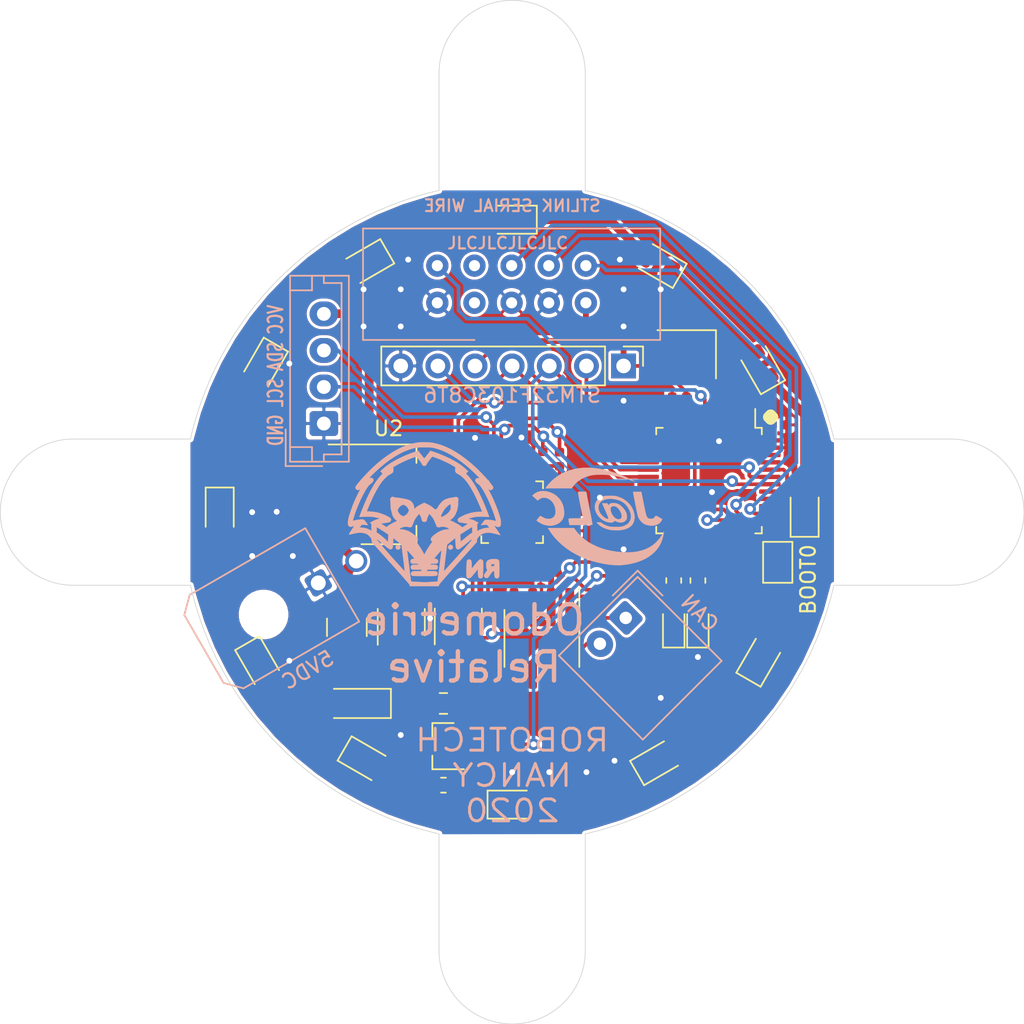
<source format=kicad_pcb>
(kicad_pcb (version 20171130) (host pcbnew "(5.1.5)-3")
  (layers (0 F.Cu signal) (31 B.Cu signal) (34 B.Paste user hide) (35 F.Paste user hide) (36 B.SilkS user) (37 F.SilkS user) (38 B.Mask user hide) (39 F.Mask user) (44 Edge.Cuts user))
  (net 0 "")
  (net 1 /BOOT0)
  (net 2 GND)
  (net 3 "Net-(C1-Pad2)")
  (net 4 "Net-(C2-Pad1)")
  (net 5 +5V)
  (net 6 +3V3)
  (net 7 "Net-(C13-Pad2)")
  (net 8 "Net-(C13-Pad1)")
  (net 9 "Net-(C17-Pad1)")
  (net 10 "Net-(C18-Pad1)")
  (net 11 "Net-(CAN1-Pad2)")
  (net 12 "Net-(CAN1-Pad1)")
  (net 13 "Net-(D1-Pad2)")
  (net 14 "Net-(D2-Pad2)")
  (net 15 "Net-(D3-Pad2)")
  (net 16 "Net-(D4-Pad2)")
  (net 17 "Net-(D4-Pad1)")
  (net 18 "Net-(D5-Pad2)")
  (net 19 "Net-(D6-Pad2)")
  (net 20 "Net-(D7-Pad2)")
  (net 21 "Net-(D8-Pad2)")
  (net 22 "Net-(D10-Pad1)")
  (net 23 "Net-(D10-Pad2)")
  (net 24 "Net-(D11-Pad2)")
  (net 25 "Net-(D12-Pad2)")
  (net 26 "Net-(D13-Pad2)")
  (net 27 "Net-(D14-Pad2)")
  (net 28 /INT)
  (net 29 /MISO)
  (net 30 /MOSI)
  (net 31 /CLK)
  (net 32 /CSP)
  (net 33 /NRST)
  (net 34 "Net-(PROG1-Pad8)")
  (net 35 "Net-(PROG1-Pad7)")
  (net 36 /SWO)
  (net 37 /SWCLK)
  (net 38 /SWDIO)
  (net 39 "Net-(Q1-Pad3)")
  (net 40 "Net-(Q1-Pad1)")
  (net 41 /LEDG)
  (net 42 /LEDY)
  (net 43 "Net-(R3-Pad1)")
  (net 44 /LED)
  (net 45 "Net-(U1-Pad46)")
  (net 46 "Net-(U1-Pad45)")
  (net 47 /SDA)
  (net 48 /SCL)
  (net 49 "Net-(U1-Pad41)")
  (net 50 "Net-(U1-Pad40)")
  (net 51 "Net-(U1-Pad39)")
  (net 52 /CAN_TX)
  (net 53 /CAN_RX)
  (net 54 /CSR)
  (net 55 "Net-(U1-Pad22)")
  (net 56 "Net-(U1-Pad21)")
  (net 57 "Net-(U1-Pad13)")
  (net 58 "Net-(U1-Pad12)")
  (net 59 "Net-(U1-Pad11)")
  (net 60 "Net-(U1-Pad10)")
  (net 61 "Net-(U1-Pad4)")
  (net 62 "Net-(U1-Pad3)")
  (net 63 "Net-(U1-Pad2)")
  (net 64 "Net-(U1-Pad1)")
  (net 65 "Net-(U3-Pad8)")
  (net 66 "Net-(U3-Pad5)")
  (net 67 "Net-(U5-Pad22)")
  (net 68 "Net-(U5-Pad21)")
  (net 69 "Net-(U5-Pad19)")
  (net 70 "Net-(U5-Pad12)")
  (net 71 "Net-(U5-Pad7)")
  (net 72 "Net-(U5-Pad6)")
  (net 73 "Net-(U1-Pad30)")
  (net 74 "Net-(U1-Pad29)")
  (net 75 "Net-(U1-Pad20)")
  (net 76 "Net-(U1-Pad19)")
  (net 77 "Net-(U1-Pad31)")
  (module Package_TO_SOT_SMD:SOT-223-3_TabPin2 (layer F.Cu) (at -8.4578 -1.2192)
    (fp_text reference U2 (at 0 -4.5) (layer F.SilkS))
    (fp_text value LT1117-3.3)
    (pad 1 smd rect (at -3.15 -2.3) (size 2 1.5) (layers F.Cu F.Paste F.Mask) (net 2 GND))
    (pad 3 smd rect (at -3.15 2.3) (size 2 1.5) (layers F.Cu F.Paste F.Mask) (net 5 +5V))
    (pad 2 smd rect (at -3.15 0) (size 2 1.5) (layers F.Cu F.Paste F.Mask) (net 6 +3V3))
    (pad 2 smd rect (at 3.15 0) (size 2 3.8) (layers F.Cu F.Paste F.Mask) (net 6 +3V3))
  )
  (module Connector_JST:JST_EH_B4B-EH-A_1x04_P2.50mm_Vertical (layer B.Cu) (at -12.8778 -6.0598 90)
    (fp_text reference "VCC SDA SCL GND" (at 3.2874 -3.302 270) (layer B.SilkS) (effects (font (size 1 0.7)) (justify mirror)))
    (fp_text value Conn_01x04)
    (pad 4 thru_hole oval (at 7.5 0 90) (size 1.7 1.95) (drill 0.95) (layers *.Cu *.Mask) (net 6 +3V3))
    (pad 3 thru_hole oval (at 5 0 90) (size 1.7 1.95) (drill 0.95) (layers *.Cu *.Mask) (net 47 /SDA))
    (pad 2 thru_hole oval (at 2.5 0 90) (size 1.7 1.95) (drill 0.95) (layers *.Cu *.Mask) (net 48 /SCL))
    (pad 1 thru_hole roundrect (at 0 0 90) (size 1.7 1.95) (drill 0.95) (layers *.Cu *.Mask) (roundrect_rratio 0.147059) (net 2 GND))
  )
  (module Logos:jlcpcb10x10 (layer B.Cu) (at 6 0 180)
    (fp_text reference G*** hide)
    (fp_text value LOGO hide)
  )
  (module Resistor_SMD:R_0402_1005Metric (layer F.Cu) (at 2.0955 -3.6425 270)
    (fp_text reference R9 hide)
    (fp_text value 2.2k)
    (pad 2 smd roundrect (at 0.485 0 270) (size 0.59 0.64) (layers F.Cu F.Paste F.Mask) (net 6 +3V3))
    (pad 1 smd roundrect (at -0.485 0 270) (size 0.59 0.64) (layers F.Cu F.Paste F.Mask) (net 48 /SCL))
  )
  (module Resistor_SMD:R_0402_1005Metric (layer F.Cu) (at 3.2385 -3.6195 270)
    (fp_text reference R8 hide)
    (fp_text value 2.2k)
    (pad 2 smd roundrect (at 0.485 0 270) (size 0.59 0.64) (layers F.Cu F.Paste F.Mask) (net 6 +3V3))
    (pad 1 smd roundrect (at -0.485 0 270) (size 0.59 0.64) (layers F.Cu F.Paste F.Mask) (net 47 /SDA))
  )
  (module MountingHole:MountingHole_3.2mm_M3 (layer F.Cu) (at 0 -30 180)
    (fp_text reference REF** hide)
    (fp_text value MountingHole_3.2mm_M3)
    (pad 1 np_thru_hole circle (at 0 0 180) (size 3.2 3.2) (drill 3.2) (layers *.Cu *.Mask))
  )
  (module MountingHole:MountingHole_3.2mm_M3 (layer F.Cu) (at 30 0 90)
    (fp_text reference REF** hide)
    (fp_text value MountingHole_3.2mm_M3)
    (pad 1 np_thru_hole circle (at 0 0 90) (size 3.2 3.2) (drill 3.2) (layers *.Cu *.Mask))
  )
  (module MountingHole:MountingHole_3.2mm_M3 (layer F.Cu) (at 0 30)
    (fp_text reference REF** hide)
    (fp_text value MountingHole_3.2mm_M3)
    (pad 1 np_thru_hole circle (at 0 0) (size 3.2 3.2) (drill 3.2) (layers *.Cu *.Mask))
  )
  (module MountingHole:MountingHole_3.2mm_M3 (layer F.Cu) (at -30 0)
    (fp_text reference REF** hide)
    (fp_text value MountingHole_3.2mm_M3)
    (pad 1 np_thru_hole circle (at 0 0) (size 3.2 3.2) (drill 3.2) (layers *.Cu *.Mask))
  )
  (module Logos:logoRobotechNancy10x10 (layer B.Cu) (at -6 0 180)
    (fp_text reference G*** hide)
    (fp_text value LOGO hide)
  )
  (module Connector_Molex:Molex_SPOX_5268-02A_1x02_P2.50mm_Horizontal (layer B.Cu) (at 7.767767 7.232233 225)
    (fp_text reference CAN (at -3.80612 -3.348716 135) (layer B.SilkS) (effects (justify mirror)))
    (fp_text value Conn_01x02)
    (pad 2 thru_hole oval (at 2.5 0 225) (size 1.7 1.85) (drill 0.85) (layers *.Cu *.Mask) (net 11 "Net-(CAN1-Pad2)"))
    (pad 1 thru_hole roundrect (at 0 0 225) (size 1.7 1.85) (drill 0.85) (layers *.Cu *.Mask) (roundrect_rratio 0.147059) (net 12 "Net-(CAN1-Pad1)"))
  )
  (module Crystal:Crystal_SMD_3225-4Pin_3.2x2.5mm (layer F.Cu) (at 11.938 -10.795 180)
    (fp_text reference Y1 hide)
    (fp_text value Crystal_GND24)
    (pad 4 smd rect (at -1.1 -0.85 180) (size 1.4 1.2) (layers F.Cu F.Paste F.Mask) (net 2 GND))
    (pad 3 smd rect (at 1.1 -0.85 180) (size 1.4 1.2) (layers F.Cu F.Paste F.Mask) (net 4 "Net-(C2-Pad1)"))
    (pad 2 smd rect (at 1.1 0.85 180) (size 1.4 1.2) (layers F.Cu F.Paste F.Mask) (net 2 GND))
    (pad 1 smd rect (at -1.1 0.85 180) (size 1.4 1.2) (layers F.Cu F.Paste F.Mask) (net 3 "Net-(C1-Pad2)"))
  )
  (module Package_TO_SOT_SMD:SOT-23-5 (layer F.Cu) (at -7.583 7.518 90)
    (fp_text reference U6 hide)
    (fp_text value TPS61041DBV)
    (pad 5 smd rect (at 1.1 -0.95 90) (size 1.06 0.65) (layers F.Cu F.Paste F.Mask) (net 5 +5V))
    (pad 4 smd rect (at 1.1 0.95 90) (size 1.06 0.65) (layers F.Cu F.Paste F.Mask) (net 5 +5V))
    (pad 3 smd rect (at -1.1 0.95 90) (size 1.06 0.65) (layers F.Cu F.Paste F.Mask) (net 7 "Net-(C13-Pad2)"))
    (pad 2 smd rect (at -1.1 0 90) (size 1.06 0.65) (layers F.Cu F.Paste F.Mask) (net 2 GND))
    (pad 1 smd rect (at -1.1 -0.95 90) (size 1.06 0.65) (layers F.Cu F.Paste F.Mask) (net 15 "Net-(D3-Pad2)"))
  )
  (module Package_DFN_QFN:QFN-24-1EP_4x4mm_P0.5mm_EP2.6x2.6mm (layer F.Cu) (at 0 0)
    (fp_text reference U5 hide)
    (fp_text value MPU6050)
    (pad 24 smd roundrect (at -1.25 -1.9375) (size 0.25 0.825) (layers F.Cu F.Paste F.Mask) (net 47 /SDA))
    (pad 23 smd roundrect (at -0.75 -1.9375) (size 0.25 0.825) (layers F.Cu F.Paste F.Mask) (net 48 /SCL))
    (pad 22 smd roundrect (at -0.25 -1.9375) (size 0.25 0.825) (layers F.Cu F.Paste F.Mask) (net 67 "Net-(U5-Pad22)"))
    (pad 21 smd roundrect (at 0.25 -1.9375) (size 0.25 0.825) (layers F.Cu F.Paste F.Mask) (net 68 "Net-(U5-Pad21)"))
    (pad 20 smd roundrect (at 0.75 -1.9375) (size 0.25 0.825) (layers F.Cu F.Paste F.Mask) (net 9 "Net-(C17-Pad1)"))
    (pad 19 smd roundrect (at 1.25 -1.9375) (size 0.25 0.825) (layers F.Cu F.Paste F.Mask) (net 69 "Net-(U5-Pad19)"))
    (pad 18 smd roundrect (at 1.9375 -1.25) (size 0.825 0.25) (layers F.Cu F.Paste F.Mask) (net 2 GND))
    (pad 17 smd roundrect (at 1.9375 -0.75) (size 0.825 0.25) (layers F.Cu F.Paste F.Mask))
    (pad 16 smd roundrect (at 1.9375 -0.25) (size 0.825 0.25) (layers F.Cu F.Paste F.Mask))
    (pad 15 smd roundrect (at 1.9375 0.25) (size 0.825 0.25) (layers F.Cu F.Paste F.Mask))
    (pad 14 smd roundrect (at 1.9375 0.75) (size 0.825 0.25) (layers F.Cu F.Paste F.Mask))
    (pad 13 smd roundrect (at 1.9375 1.25) (size 0.825 0.25) (layers F.Cu F.Paste F.Mask) (net 6 +3V3))
    (pad 12 smd roundrect (at 1.25 1.9375) (size 0.25 0.825) (layers F.Cu F.Paste F.Mask) (net 70 "Net-(U5-Pad12)"))
    (pad 11 smd roundrect (at 0.75 1.9375) (size 0.25 0.825) (layers F.Cu F.Paste F.Mask) (net 2 GND))
    (pad 10 smd roundrect (at 0.25 1.9375) (size 0.25 0.825) (layers F.Cu F.Paste F.Mask) (net 10 "Net-(C18-Pad1)"))
    (pad 9 smd roundrect (at -0.25 1.9375) (size 0.25 0.825) (layers F.Cu F.Paste F.Mask) (net 2 GND))
    (pad 8 smd roundrect (at -0.75 1.9375) (size 0.25 0.825) (layers F.Cu F.Paste F.Mask) (net 6 +3V3))
    (pad 7 smd roundrect (at -1.25 1.9375) (size 0.25 0.825) (layers F.Cu F.Paste F.Mask) (net 71 "Net-(U5-Pad7)"))
    (pad 6 smd roundrect (at -1.9375 1.25) (size 0.825 0.25) (layers F.Cu F.Paste F.Mask) (net 72 "Net-(U5-Pad6)"))
    (pad 5 smd roundrect (at -1.9375 0.75) (size 0.825 0.25) (layers F.Cu F.Paste F.Mask))
    (pad 4 smd roundrect (at -1.9375 0.25) (size 0.825 0.25) (layers F.Cu F.Paste F.Mask))
    (pad 3 smd roundrect (at -1.9375 -0.25) (size 0.825 0.25) (layers F.Cu F.Paste F.Mask))
    (pad 2 smd roundrect (at -1.9375 -0.75) (size 0.825 0.25) (layers F.Cu F.Paste F.Mask))
    (pad 1 smd roundrect (at -1.9375 -1.25) (size 0.825 0.25) (layers F.Cu F.Paste F.Mask) (net 2 GND))
    (pad 25 smd roundrect (at 0 0) (size 2.6 2.6) (layers F.Cu F.Mask) (roundrect_rratio 0.096))
  )
  (module Package_TO_SOT_SMD:SOT-23-8 (layer F.Cu) (at -3.683 7.493 90)
    (fp_text reference U4 hide)
    (fp_text value AD5160)
    (pad 8 smd rect (at 1.1 -0.98 90) (size 1.06 0.4) (layers F.Cu F.Paste F.Mask) (net 43 "Net-(R3-Pad1)"))
    (pad 7 smd rect (at 1.1 -0.33 90) (size 1.06 0.4) (layers F.Cu F.Paste F.Mask) (net 2 GND))
    (pad 6 smd rect (at 1.1 0.33 90) (size 1.06 0.4) (layers F.Cu F.Paste F.Mask) (net 54 /CSR))
    (pad 5 smd rect (at 1.1 0.98 90) (size 1.06 0.4) (layers F.Cu F.Paste F.Mask) (net 30 /MOSI))
    (pad 4 smd rect (at -1.1 0.98 90) (size 1.06 0.4) (layers F.Cu F.Paste F.Mask) (net 31 /CLK))
    (pad 3 smd rect (at -1.1 0.33 90) (size 1.06 0.4) (layers F.Cu F.Paste F.Mask) (net 2 GND))
    (pad 2 smd rect (at -1.1 -0.33 90) (size 1.06 0.4) (layers F.Cu F.Paste F.Mask) (net 6 +3V3))
    (pad 1 smd rect (at -1.1 -0.98 90) (size 1.06 0.4) (layers F.Cu F.Paste F.Mask) (net 43 "Net-(R3-Pad1)"))
  )
  (module Package_SO:SOIC-8_3.9x4.9mm_P1.27mm (layer F.Cu) (at 2.032 8.636 270)
    (fp_text reference U3 hide)
    (fp_text value TCAN337)
    (pad 8 smd roundrect (at 2.475 -1.905 270) (size 1.95 0.6) (layers F.Cu F.Paste F.Mask) (net 65 "Net-(U3-Pad8)"))
    (pad 7 smd roundrect (at 2.475 -0.635 270) (size 1.95 0.6) (layers F.Cu F.Paste F.Mask) (net 11 "Net-(CAN1-Pad2)"))
    (pad 6 smd roundrect (at 2.475 0.635 270) (size 1.95 0.6) (layers F.Cu F.Paste F.Mask) (net 12 "Net-(CAN1-Pad1)"))
    (pad 5 smd roundrect (at 2.475 1.905 270) (size 1.95 0.6) (layers F.Cu F.Paste F.Mask) (net 66 "Net-(U3-Pad5)"))
    (pad 4 smd roundrect (at -2.475 1.905 270) (size 1.95 0.6) (layers F.Cu F.Paste F.Mask) (net 53 /CAN_RX))
    (pad 3 smd roundrect (at -2.475 0.635 270) (size 1.95 0.6) (layers F.Cu F.Paste F.Mask) (net 6 +3V3))
    (pad 2 smd roundrect (at -2.475 -0.635 270) (size 1.95 0.6) (layers F.Cu F.Paste F.Mask) (net 2 GND))
    (pad 1 smd roundrect (at -2.475 -1.905 270) (size 1.95 0.6) (layers F.Cu F.Paste F.Mask) (net 52 /CAN_TX))
  )
  (module Package_QFP:LQFP-48_7x7mm_P0.5mm (layer F.Cu) (at 13.462 -2.159 270)
    (fp_text reference U1 hide)
    (fp_text value STM32F103C8Tx)
    (pad 48 smd roundrect (at -2.75 -4.1625 270) (size 0.3 1.475) (layers F.Cu F.Paste F.Mask) (net 6 +3V3))
    (pad 47 smd roundrect (at -2.25 -4.1625 270) (size 0.3 1.475) (layers F.Cu F.Paste F.Mask) (net 2 GND))
    (pad 46 smd roundrect (at -1.75 -4.1625 270) (size 0.3 1.475) (layers F.Cu F.Paste F.Mask) (net 45 "Net-(U1-Pad46)"))
    (pad 45 smd roundrect (at -1.25 -4.1625 270) (size 0.3 1.475) (layers F.Cu F.Paste F.Mask) (net 46 "Net-(U1-Pad45)"))
    (pad 44 smd roundrect (at -0.75 -4.1625 270) (size 0.3 1.475) (layers F.Cu F.Paste F.Mask) (net 1 /BOOT0))
    (pad 43 smd roundrect (at -0.25 -4.1625 270) (size 0.3 1.475) (layers F.Cu F.Paste F.Mask) (net 47 /SDA))
    (pad 42 smd roundrect (at 0.25 -4.1625 270) (size 0.3 1.475) (layers F.Cu F.Paste F.Mask) (net 48 /SCL))
    (pad 41 smd roundrect (at 0.75 -4.1625 270) (size 0.3 1.475) (layers F.Cu F.Paste F.Mask) (net 49 "Net-(U1-Pad41)"))
    (pad 40 smd roundrect (at 1.25 -4.1625 270) (size 0.3 1.475) (layers F.Cu F.Paste F.Mask) (net 50 "Net-(U1-Pad40)"))
    (pad 39 smd roundrect (at 1.75 -4.1625 270) (size 0.3 1.475) (layers F.Cu F.Paste F.Mask) (net 51 "Net-(U1-Pad39)"))
    (pad 38 smd roundrect (at 2.25 -4.1625 270) (size 0.3 1.475) (layers F.Cu F.Paste F.Mask) (net 36 /SWO))
    (pad 37 smd roundrect (at 2.75 -4.1625 270) (size 0.3 1.475) (layers F.Cu F.Paste F.Mask) (net 37 /SWCLK))
    (pad 36 smd roundrect (at 4.1625 -2.75 270) (size 1.475 0.3) (layers F.Cu F.Paste F.Mask) (net 6 +3V3))
    (pad 35 smd roundrect (at 4.1625 -2.25 270) (size 1.475 0.3) (layers F.Cu F.Paste F.Mask) (net 2 GND))
    (pad 34 smd roundrect (at 4.1625 -1.75 270) (size 1.475 0.3) (layers F.Cu F.Paste F.Mask) (net 38 /SWDIO))
    (pad 33 smd roundrect (at 4.1625 -1.25 270) (size 1.475 0.3) (layers F.Cu F.Paste F.Mask) (net 52 /CAN_TX))
    (pad 32 smd roundrect (at 4.1625 -0.75 270) (size 1.475 0.3) (layers F.Cu F.Paste F.Mask) (net 53 /CAN_RX))
    (pad 31 smd roundrect (at 4.1625 -0.25 270) (size 1.475 0.3) (layers F.Cu F.Paste F.Mask) (net 77 "Net-(U1-Pad31)"))
    (pad 30 smd roundrect (at 4.1625 0.25 270) (size 1.475 0.3) (layers F.Cu F.Paste F.Mask) (net 73 "Net-(U1-Pad30)"))
    (pad 29 smd roundrect (at 4.1625 0.75 270) (size 1.475 0.3) (layers F.Cu F.Paste F.Mask) (net 74 "Net-(U1-Pad29)"))
    (pad 28 smd roundrect (at 4.1625 1.25 270) (size 1.475 0.3) (layers F.Cu F.Paste F.Mask) (net 41 /LEDG))
    (pad 27 smd roundrect (at 4.1625 1.75 270) (size 1.475 0.3) (layers F.Cu F.Paste F.Mask) (net 42 /LEDY))
    (pad 26 smd roundrect (at 4.1625 2.25 270) (size 1.475 0.3) (layers F.Cu F.Paste F.Mask) (net 44 /LED))
    (pad 25 smd roundrect (at 4.1625 2.75 270) (size 1.475 0.3) (layers F.Cu F.Paste F.Mask) (net 54 /CSR))
    (pad 24 smd roundrect (at 2.75 4.1625 270) (size 0.3 1.475) (layers F.Cu F.Paste F.Mask) (net 6 +3V3))
    (pad 23 smd roundrect (at 2.25 4.1625 270) (size 0.3 1.475) (layers F.Cu F.Paste F.Mask) (net 2 GND))
    (pad 22 smd roundrect (at 1.75 4.1625 270) (size 0.3 1.475) (layers F.Cu F.Paste F.Mask) (net 55 "Net-(U1-Pad22)"))
    (pad 21 smd roundrect (at 1.25 4.1625 270) (size 0.3 1.475) (layers F.Cu F.Paste F.Mask) (net 56 "Net-(U1-Pad21)"))
    (pad 20 smd roundrect (at 0.75 4.1625 270) (size 0.3 1.475) (layers F.Cu F.Paste F.Mask) (net 75 "Net-(U1-Pad20)"))
    (pad 19 smd roundrect (at 0.25 4.1625 270) (size 0.3 1.475) (layers F.Cu F.Paste F.Mask) (net 76 "Net-(U1-Pad19)"))
    (pad 18 smd roundrect (at -0.25 4.1625 270) (size 0.3 1.475) (layers F.Cu F.Paste F.Mask) (net 28 /INT))
    (pad 17 smd roundrect (at -0.75 4.1625 270) (size 0.3 1.475) (layers F.Cu F.Paste F.Mask) (net 30 /MOSI))
    (pad 16 smd roundrect (at -1.25 4.1625 270) (size 0.3 1.475) (layers F.Cu F.Paste F.Mask) (net 29 /MISO))
    (pad 15 smd roundrect (at -1.75 4.1625 270) (size 0.3 1.475) (layers F.Cu F.Paste F.Mask) (net 31 /CLK))
    (pad 14 smd roundrect (at -2.25 4.1625 270) (size 0.3 1.475) (layers F.Cu F.Paste F.Mask) (net 32 /CSP))
    (pad 13 smd roundrect (at -2.75 4.1625 270) (size 0.3 1.475) (layers F.Cu F.Paste F.Mask) (net 57 "Net-(U1-Pad13)"))
    (pad 12 smd roundrect (at -4.1625 2.75 270) (size 1.475 0.3) (layers F.Cu F.Paste F.Mask) (net 58 "Net-(U1-Pad12)"))
    (pad 11 smd roundrect (at -4.1625 2.25 270) (size 1.475 0.3) (layers F.Cu F.Paste F.Mask) (net 59 "Net-(U1-Pad11)"))
    (pad 10 smd roundrect (at -4.1625 1.75 270) (size 1.475 0.3) (layers F.Cu F.Paste F.Mask) (net 60 "Net-(U1-Pad10)"))
    (pad 9 smd roundrect (at -4.1625 1.25 270) (size 1.475 0.3) (layers F.Cu F.Paste F.Mask) (net 6 +3V3))
    (pad 8 smd roundrect (at -4.1625 0.75 270) (size 1.475 0.3) (layers F.Cu F.Paste F.Mask) (net 2 GND))
    (pad 7 smd roundrect (at -4.1625 0.25 270) (size 1.475 0.3) (layers F.Cu F.Paste F.Mask) (net 33 /NRST))
    (pad 6 smd roundrect (at -4.1625 -0.25 270) (size 1.475 0.3) (layers F.Cu F.Paste F.Mask) (net 4 "Net-(C2-Pad1)"))
    (pad 5 smd roundrect (at -4.1625 -0.75 270) (size 1.475 0.3) (layers F.Cu F.Paste F.Mask) (net 3 "Net-(C1-Pad2)"))
    (pad 4 smd roundrect (at -4.1625 -1.25 270) (size 1.475 0.3) (layers F.Cu F.Paste F.Mask) (net 61 "Net-(U1-Pad4)"))
    (pad 3 smd roundrect (at -4.1625 -1.75 270) (size 1.475 0.3) (layers F.Cu F.Paste F.Mask) (net 62 "Net-(U1-Pad3)"))
    (pad 2 smd roundrect (at -4.1625 -2.25 270) (size 1.475 0.3) (layers F.Cu F.Paste F.Mask) (net 63 "Net-(U1-Pad2)"))
    (pad 1 smd roundrect (at -4.1625 -2.75 270) (size 1.475 0.3) (layers F.Cu F.Paste F.Mask) (net 64 "Net-(U1-Pad1)"))
  )
  (module Resistor_SMD:R_0402_1005Metric (layer F.Cu) (at -2.286 16.383 270)
    (fp_text reference R7 hide)
    (fp_text value 220k)
    (pad 2 smd roundrect (at 0.485 0 270) (size 0.59 0.64) (layers F.Cu F.Paste F.Mask) (net 40 "Net-(Q1-Pad1)"))
    (pad 1 smd roundrect (at -0.485 0 270) (size 0.59 0.64) (layers F.Cu F.Paste F.Mask) (net 2 GND))
  )
  (module Resistor_SMD:R_0402_1005Metric (layer F.Cu) (at -1.143 16.383 270)
    (fp_text reference R6 hide)
    (fp_text value 10k)
    (pad 2 smd roundrect (at 0.485 0 270) (size 0.59 0.64) (layers F.Cu F.Paste F.Mask) (net 40 "Net-(Q1-Pad1)"))
    (pad 1 smd roundrect (at -0.485 0 270) (size 0.59 0.64) (layers F.Cu F.Paste F.Mask) (net 44 /LED))
  )
  (module Resistor_SMD:R_0603_1608Metric (layer F.Cu) (at -4.699 18.669 180)
    (fp_text reference R5 hide)
    (fp_text value 100)
    (pad 2 smd roundrect (at 0.7875 0 180) (size 0.875 0.95) (layers F.Cu F.Paste F.Mask) (net 39 "Net-(Q1-Pad3)"))
    (pad 1 smd roundrect (at -0.7875 0 180) (size 0.875 0.95) (layers F.Cu F.Paste F.Mask) (net 17 "Net-(D4-Pad1)"))
  )
  (module Resistor_SMD:R_0402_1005Metric (layer F.Cu) (at -8.382 11.176 180)
    (fp_text reference R4 hide)
    (fp_text value 220k)
    (pad 2 smd roundrect (at 0.485 0 180) (size 0.59 0.64) (layers F.Cu F.Paste F.Mask) (net 8 "Net-(C13-Pad1)"))
    (pad 1 smd roundrect (at -0.485 0 180) (size 0.59 0.64) (layers F.Cu F.Paste F.Mask) (net 7 "Net-(C13-Pad2)"))
  )
  (module Resistor_SMD:R_0402_1005Metric (layer F.Cu) (at -6.35 11.176 180)
    (fp_text reference R3 hide)
    (fp_text value 10k)
    (pad 2 smd roundrect (at 0.485 0 180) (size 0.59 0.64) (layers F.Cu F.Paste F.Mask) (net 7 "Net-(C13-Pad2)"))
    (pad 1 smd roundrect (at -0.485 0 180) (size 0.59 0.64) (layers F.Cu F.Paste F.Mask) (net 43 "Net-(R3-Pad1)"))
  )
  (module Resistor_SMD:R_0603_1608Metric (layer F.Cu) (at 11.049 4.6735 270)
    (fp_text reference R2 hide)
    (fp_text value 100)
    (pad 2 smd roundrect (at 0.7875 0 270) (size 0.875 0.95) (layers F.Cu F.Paste F.Mask) (net 14 "Net-(D2-Pad2)"))
    (pad 1 smd roundrect (at -0.7875 0 270) (size 0.875 0.95) (layers F.Cu F.Paste F.Mask) (net 42 /LEDY))
  )
  (module Resistor_SMD:R_0603_1608Metric (layer F.Cu) (at 12.7 4.6735 270)
    (fp_text reference R1 hide)
    (fp_text value 100)
    (pad 2 smd roundrect (at 0.7875 0 270) (size 0.875 0.95) (layers F.Cu F.Paste F.Mask) (net 13 "Net-(D1-Pad2)"))
    (pad 1 smd roundrect (at -0.7875 0 270) (size 0.875 0.95) (layers F.Cu F.Paste F.Mask) (net 41 /LEDG))
  )
  (module Package_TO_SOT_SMD:SOT-23 (layer F.Cu) (at -4.699 16.002 180)
    (fp_text reference Q1 hide)
    (fp_text value 2N7002)
    (pad 3 smd rect (at 1 0 180) (size 0.9 0.8) (layers F.Cu F.Paste F.Mask) (net 39 "Net-(Q1-Pad3)"))
    (pad 2 smd rect (at -1 0.95 180) (size 0.9 0.8) (layers F.Cu F.Paste F.Mask) (net 2 GND))
    (pad 1 smd rect (at -1 -0.95 180) (size 0.9 0.8) (layers F.Cu F.Paste F.Mask) (net 40 "Net-(Q1-Pad1)"))
  )
  (module Connecteurs:JTAG10 (layer B.Cu) (at 5.0419 -14.31798 90)
    (fp_text reference "STLINK SERIAL WIRE" (at 6.63702 -5.0419 180) (layer B.SilkS) (effects (font (size 0.8 0.8)) (justify mirror)))
    (fp_text value STM32_SW)
    (pad 10 thru_hole circle (at 2.54 -10.16 90) (size 1.524 1.524) (drill 0.762) (layers *.Cu *.Mask) (net 33 /NRST))
    (pad 9 thru_hole circle (at 0 -10.16 90) (size 1.524 1.524) (drill 0.762) (layers *.Cu *.Mask) (net 2 GND))
    (pad 8 thru_hole circle (at 2.54 -7.62 90) (size 1.524 1.524) (drill 0.762) (layers *.Cu *.Mask) (net 34 "Net-(PROG1-Pad8)"))
    (pad 7 thru_hole circle (at 0 -7.62 90) (size 1.524 1.524) (drill 0.762) (layers *.Cu *.Mask) (net 35 "Net-(PROG1-Pad7)"))
    (pad 6 thru_hole circle (at 2.54 -5.08 90) (size 1.524 1.524) (drill 0.762) (layers *.Cu *.Mask) (net 36 /SWO))
    (pad 5 thru_hole circle (at 0 -5.08 90) (size 1.524 1.524) (drill 0.762) (layers *.Cu *.Mask) (net 2 GND))
    (pad 4 thru_hole circle (at 2.54 -2.54 90) (size 1.524 1.524) (drill 0.762) (layers *.Cu *.Mask) (net 37 /SWCLK))
    (pad 3 thru_hole circle (at 0 -2.54 90) (size 1.524 1.524) (drill 0.762) (layers *.Cu *.Mask) (net 2 GND))
    (pad 2 thru_hole circle (at 2.54 0 90) (size 1.524 1.524) (drill 0.762) (layers *.Cu *.Mask) (net 38 /SWDIO))
    (pad 1 thru_hole circle (at 0 0 90) (size 1.524 1.524) (drill 0.762) (layers *.Cu *.Mask) (net 6 +3V3))
  )
  (module Inductor_SMD:L_1210_3225Metric (layer F.Cu) (at -11.303 7.874 270)
    (fp_text reference L1 hide)
    (fp_text value LQH32CN100K33L)
    (pad 2 smd roundrect (at 1.4 0 270) (size 1.25 2.65) (layers F.Cu F.Paste F.Mask) (roundrect_rratio 0.2) (net 15 "Net-(D3-Pad2)"))
    (pad 1 smd roundrect (at -1.4 0 270) (size 1.25 2.65) (layers F.Cu F.Paste F.Mask) (roundrect_rratio 0.2) (net 5 +5V))
  )
  (module Connector_Molex:Molex_Micro-Fit_3.0_43045-0200_2x01_P3.00mm_Horizontal (layer B.Cu) (at -13.25877 4.84 300)
    (fp_text reference 5VDC (at 4.801566 3.593443 210) (layer B.SilkS) (effects (justify mirror)))
    (fp_text value Conn_01x02)
    (pad 2 thru_hole circle (at 0 -3 300) (size 1.5 1.5) (drill 1.02) (layers *.Cu *.Mask) (net 5 +5V))
    (pad 1 thru_hole roundrect (at 0 0 300) (size 1.5 1.5) (drill 1.02) (layers *.Cu *.Mask) (roundrect_rratio 0.166667) (net 2 GND))
    (pad "" np_thru_hole circle (at 0 4.32 300) (size 3 3) (drill 3) (layers *.Cu *.Mask))
  )
  (module Connector_PinHeader_2.54mm:PinHeader_1x07_P2.54mm_Vertical (layer F.Cu) (at 7.62 -10 270)
    (fp_text reference J1 hide)
    (fp_text value Conn_01x07)
    (pad 7 thru_hole oval (at 0 15.24 270) (size 1.7 1.7) (drill 1) (layers *.Cu *.Mask) (net 2 GND))
    (pad 6 thru_hole oval (at 0 12.7 270) (size 1.7 1.7) (drill 1) (layers *.Cu *.Mask) (net 28 /INT))
    (pad 5 thru_hole oval (at 0 10.16 270) (size 1.7 1.7) (drill 1) (layers *.Cu *.Mask) (net 29 /MISO))
    (pad 4 thru_hole oval (at 0 7.62 270) (size 1.7 1.7) (drill 1) (layers *.Cu *.Mask) (net 30 /MOSI))
    (pad 3 thru_hole oval (at 0 5.08 270) (size 1.7 1.7) (drill 1) (layers *.Cu *.Mask) (net 31 /CLK))
    (pad 2 thru_hole oval (at 0 2.54 270) (size 1.7 1.7) (drill 1) (layers *.Cu *.Mask) (net 32 /CSP))
    (pad 1 thru_hole rect (at 0 0 270) (size 1.7 1.7) (drill 1) (layers *.Cu *.Mask) (net 6 +3V3))
  )
  (module LED_SMD:LED_0805_2012Metric (layer F.Cu) (at -10 17 330)
    (fp_text reference D15 hide)
    (fp_text value LED)
    (pad 2 smd roundrect (at 0.9375 0 330) (size 0.975 1.4) (layers F.Cu F.Paste F.Mask) (net 8 "Net-(C13-Pad1)"))
    (pad 1 smd roundrect (at -0.9375 0 330) (size 0.975 1.4) (layers F.Cu F.Paste F.Mask) (net 27 "Net-(D14-Pad2)"))
  )
  (module LED_SMD:LED_0805_2012Metric (layer F.Cu) (at -17.272 10.414 300)
    (fp_text reference D14 hide)
    (fp_text value LED)
    (pad 2 smd roundrect (at 0.9375 0 300) (size 0.975 1.4) (layers F.Cu F.Paste F.Mask) (net 27 "Net-(D14-Pad2)"))
    (pad 1 smd roundrect (at -0.9375 0 300) (size 0.975 1.4) (layers F.Cu F.Paste F.Mask) (net 26 "Net-(D13-Pad2)"))
  )
  (module LED_SMD:LED_0805_2012Metric (layer F.Cu) (at -20 0 270)
    (fp_text reference D13 hide)
    (fp_text value LED)
    (pad 2 smd roundrect (at 0.9375 0 270) (size 0.975 1.4) (layers F.Cu F.Paste F.Mask) (net 26 "Net-(D13-Pad2)"))
    (pad 1 smd roundrect (at -0.9375 0 270) (size 0.975 1.4) (layers F.Cu F.Paste F.Mask) (net 25 "Net-(D12-Pad2)"))
  )
  (module LED_SMD:LED_0805_2012Metric (layer F.Cu) (at -17 -10 240)
    (fp_text reference D12 hide)
    (fp_text value LED)
    (pad 2 smd roundrect (at 0.9375 0 240) (size 0.975 1.4) (layers F.Cu F.Paste F.Mask) (net 25 "Net-(D12-Pad2)"))
    (pad 1 smd roundrect (at -0.9375 0 240) (size 0.975 1.4) (layers F.Cu F.Paste F.Mask) (net 24 "Net-(D11-Pad2)"))
  )
  (module LED_SMD:LED_0805_2012Metric (layer F.Cu) (at -10 -17 210)
    (fp_text reference D11 hide)
    (fp_text value LED)
    (pad 2 smd roundrect (at 0.9375 0 210) (size 0.975 1.4) (layers F.Cu F.Paste F.Mask) (net 24 "Net-(D11-Pad2)"))
    (pad 1 smd roundrect (at -0.9375 0 210) (size 0.975 1.4) (layers F.Cu F.Paste F.Mask) (net 23 "Net-(D10-Pad2)"))
  )
  (module LED_SMD:LED_0805_2012Metric (layer F.Cu) (at 0 -20 180)
    (fp_text reference D10 hide)
    (fp_text value LED)
    (pad 2 smd roundrect (at 0.9375 0 180) (size 0.975 1.4) (layers F.Cu F.Paste F.Mask) (net 23 "Net-(D10-Pad2)"))
    (pad 1 smd roundrect (at -0.9375 0 180) (size 0.975 1.4) (layers F.Cu F.Paste F.Mask) (net 22 "Net-(D10-Pad1)"))
  )
  (module LED_SMD:LED_0805_2012Metric (layer F.Cu) (at 10 -17 150)
    (fp_text reference D9 hide)
    (fp_text value LED)
    (pad 2 smd roundrect (at 0.9375 0 150) (size 0.975 1.4) (layers F.Cu F.Paste F.Mask) (net 22 "Net-(D10-Pad1)"))
    (pad 1 smd roundrect (at -0.9375 0 150) (size 0.975 1.4) (layers F.Cu F.Paste F.Mask) (net 21 "Net-(D8-Pad2)"))
  )
  (module LED_SMD:LED_0805_2012Metric (layer F.Cu) (at 17 -10 120)
    (fp_text reference D8 hide)
    (fp_text value LED)
    (pad 2 smd roundrect (at 0.9375 0 120) (size 0.975 1.4) (layers F.Cu F.Paste F.Mask) (net 21 "Net-(D8-Pad2)"))
    (pad 1 smd roundrect (at -0.9375 0 120) (size 0.975 1.4) (layers F.Cu F.Paste F.Mask) (net 20 "Net-(D7-Pad2)"))
  )
  (module LED_SMD:LED_0805_2012Metric (layer F.Cu) (at 20 0 90)
    (fp_text reference D7 hide)
    (fp_text value LED)
    (pad 2 smd roundrect (at 0.9375 0 90) (size 0.975 1.4) (layers F.Cu F.Paste F.Mask) (net 20 "Net-(D7-Pad2)"))
    (pad 1 smd roundrect (at -0.9375 0 90) (size 0.975 1.4) (layers F.Cu F.Paste F.Mask) (net 19 "Net-(D6-Pad2)"))
  )
  (module LED_SMD:LED_0805_2012Metric (layer F.Cu) (at 17 10 60)
    (fp_text reference D6 hide)
    (fp_text value LED)
    (pad 2 smd roundrect (at 0.9375 0 60) (size 0.975 1.4) (layers F.Cu F.Paste F.Mask) (net 19 "Net-(D6-Pad2)"))
    (pad 1 smd roundrect (at -0.9375 0 60) (size 0.975 1.4) (layers F.Cu F.Paste F.Mask) (net 18 "Net-(D5-Pad2)"))
  )
  (module LED_SMD:LED_0805_2012Metric (layer F.Cu) (at 10 17 30)
    (fp_text reference D5 hide)
    (fp_text value LED)
    (pad 2 smd roundrect (at 0.9375 0 30) (size 0.975 1.4) (layers F.Cu F.Paste F.Mask) (net 18 "Net-(D5-Pad2)"))
    (pad 1 smd roundrect (at -0.9375 0 30) (size 0.975 1.4) (layers F.Cu F.Paste F.Mask) (net 16 "Net-(D4-Pad2)"))
  )
  (module LED_SMD:LED_0805_2012Metric (layer F.Cu) (at 0 20)
    (fp_text reference D4 hide)
    (fp_text value LED)
    (pad 2 smd roundrect (at 0.9375 0) (size 0.975 1.4) (layers F.Cu F.Paste F.Mask) (net 16 "Net-(D4-Pad2)"))
    (pad 1 smd roundrect (at -0.9375 0) (size 0.975 1.4) (layers F.Cu F.Paste F.Mask) (net 17 "Net-(D4-Pad1)"))
  )
  (module Diode_SMD:D_SOD-123 (layer F.Cu) (at -10.541 13.081 180)
    (fp_text reference D3 hide)
    (fp_text value B5819W)
    (pad 2 smd rect (at 1.65 0 180) (size 0.9 1.2) (layers F.Cu F.Paste F.Mask) (net 15 "Net-(D3-Pad2)"))
    (pad 1 smd rect (at -1.65 0 180) (size 0.9 1.2) (layers F.Cu F.Paste F.Mask) (net 8 "Net-(C13-Pad1)"))
  )
  (module LED_SMD:LED_0603_1608Metric (layer F.Cu) (at 11.049 7.7725 90)
    (fp_text reference D2 hide)
    (fp_text value LED)
    (pad 2 smd roundrect (at 0.7875 0 90) (size 0.875 0.95) (layers F.Cu F.Paste F.Mask) (net 14 "Net-(D2-Pad2)"))
    (pad 1 smd roundrect (at -0.7875 0 90) (size 0.875 0.95) (layers F.Cu F.Paste F.Mask) (net 2 GND))
  )
  (module LED_SMD:LED_0603_1608Metric (layer F.Cu) (at 12.7 7.7725 90)
    (fp_text reference D1 hide)
    (fp_text value LED)
    (pad 2 smd roundrect (at 0.7875 0 90) (size 0.875 0.95) (layers F.Cu F.Paste F.Mask) (net 13 "Net-(D1-Pad2)"))
    (pad 1 smd roundrect (at -0.7875 0 90) (size 0.875 0.95) (layers F.Cu F.Paste F.Mask) (net 2 GND))
  )
  (module Capacitor_SMD:C_0402_1005Metric (layer F.Cu) (at -6.096 4.826)
    (fp_text reference C19 hide)
    (fp_text value 4.7uF)
    (pad 2 smd roundrect (at 0.485 0) (size 0.59 0.64) (layers F.Cu F.Paste F.Mask) (net 2 GND))
    (pad 1 smd roundrect (at -0.485 0) (size 0.59 0.64) (layers F.Cu F.Paste F.Mask) (net 5 +5V))
  )
  (module Capacitor_SMD:C_0402_1005Metric (layer F.Cu) (at 0.254 3.683 270)
    (fp_text reference C18 hide)
    (fp_text value 10nF)
    (pad 2 smd roundrect (at 0.485 0 270) (size 0.59 0.64) (layers F.Cu F.Paste F.Mask) (net 2 GND))
    (pad 1 smd roundrect (at -0.485 0 270) (size 0.59 0.64) (layers F.Cu F.Paste F.Mask) (net 10 "Net-(C18-Pad1)"))
  )
  (module Capacitor_SMD:C_0402_1005Metric (layer F.Cu) (at 0.762 -3.66 90)
    (fp_text reference C17 hide)
    (fp_text value 10nF)
    (pad 2 smd roundrect (at 0.485 0 90) (size 0.59 0.64) (layers F.Cu F.Paste F.Mask) (net 2 GND))
    (pad 1 smd roundrect (at -0.485 0 90) (size 0.59 0.64) (layers F.Cu F.Paste F.Mask) (net 9 "Net-(C17-Pad1)"))
  )
  (module Capacitor_SMD:C_0402_1005Metric (layer F.Cu) (at -0.762 3.683 270)
    (fp_text reference C16 hide)
    (fp_text value 10nF)
    (pad 2 smd roundrect (at 0.485 0 270) (size 0.59 0.64) (layers F.Cu F.Paste F.Mask) (net 2 GND))
    (pad 1 smd roundrect (at -0.485 0 270) (size 0.59 0.64) (layers F.Cu F.Paste F.Mask) (net 6 +3V3))
  )
  (module Capacitor_SMD:C_0402_1005Metric (layer F.Cu) (at -13.97 -0.5842 180)
    (fp_text reference C15 hide)
    (fp_text value 10nF)
    (pad 2 smd roundrect (at 0.485 0 180) (size 0.59 0.64) (layers F.Cu F.Paste F.Mask) (net 2 GND))
    (pad 1 smd roundrect (at -0.485 0 180) (size 0.59 0.64) (layers F.Cu F.Paste F.Mask) (net 6 +3V3))
  )
  (module Capacitor_SMD:C_0805_2012Metric (layer F.Cu) (at -4.699 13.081)
    (fp_text reference C14 hide)
    (fp_text value 1uF)
    (pad 2 smd roundrect (at 0.9375 0) (size 0.975 1.4) (layers F.Cu F.Paste F.Mask) (net 2 GND))
    (pad 1 smd roundrect (at -0.9375 0) (size 0.975 1.4) (layers F.Cu F.Paste F.Mask) (net 8 "Net-(C13-Pad1)"))
  )
  (module Capacitor_SMD:C_0402_1005Metric (layer F.Cu) (at -8.382 10.16)
    (fp_text reference C13 hide)
    (fp_text value 0.1nF)
    (pad 2 smd roundrect (at 0.485 0) (size 0.59 0.64) (layers F.Cu F.Paste F.Mask) (net 7 "Net-(C13-Pad2)"))
    (pad 1 smd roundrect (at -0.485 0) (size 0.59 0.64) (layers F.Cu F.Paste F.Mask) (net 8 "Net-(C13-Pad1)"))
  )
  (module Capacitor_SMD:C_0402_1005Metric (layer F.Cu) (at 2.032 4.318)
    (fp_text reference C12 hide)
    (fp_text value 10nF)
    (pad 2 smd roundrect (at 0.485 0) (size 0.59 0.64) (layers F.Cu F.Paste F.Mask) (net 2 GND))
    (pad 1 smd roundrect (at -0.485 0) (size 0.59 0.64) (layers F.Cu F.Paste F.Mask) (net 6 +3V3))
  )
  (module Capacitor_SMD:C_0402_1005Metric (layer F.Cu) (at 3.81 1.27)
    (fp_text reference C11 hide)
    (fp_text value 10nF)
    (pad 2 smd roundrect (at 0.485 0) (size 0.59 0.64) (layers F.Cu F.Paste F.Mask) (net 2 GND))
    (pad 1 smd roundrect (at -0.485 0) (size 0.59 0.64) (layers F.Cu F.Paste F.Mask) (net 6 +3V3))
  )
  (module Capacitor_SMD:C_0402_1005Metric (layer F.Cu) (at -13.97 -1.7272 180)
    (fp_text reference C10 hide)
    (fp_text value 10nF)
    (pad 2 smd roundrect (at 0.485 0 180) (size 0.59 0.64) (layers F.Cu F.Paste F.Mask) (net 2 GND))
    (pad 1 smd roundrect (at -0.485 0 180) (size 0.59 0.64) (layers F.Cu F.Paste F.Mask) (net 6 +3V3))
  )
  (module Capacitor_SMD:C_0402_1005Metric (layer F.Cu) (at 8.89 2.159 270)
    (fp_text reference C9 hide)
    (fp_text value 10nF)
    (pad 2 smd roundrect (at 0.485 0 270) (size 0.59 0.64) (layers F.Cu F.Paste F.Mask) (net 2 GND))
    (pad 1 smd roundrect (at -0.485 0 270) (size 0.59 0.64) (layers F.Cu F.Paste F.Mask) (net 6 +3V3))
  )
  (module Capacitor_SMD:C_0402_1005Metric (layer F.Cu) (at 16.129 4.087 270)
    (fp_text reference C8 hide)
    (fp_text value 10nF)
    (pad 2 smd roundrect (at 0.485 0 270) (size 0.59 0.64) (layers F.Cu F.Paste F.Mask) (net 2 GND))
    (pad 1 smd roundrect (at -0.485 0 270) (size 0.59 0.64) (layers F.Cu F.Paste F.Mask) (net 6 +3V3))
  )
  (module Capacitor_SMD:C_0402_1005Metric (layer F.Cu) (at -3.81 10.541 270)
    (fp_text reference C7 hide)
    (fp_text value 10nF)
    (pad 2 smd roundrect (at 0.485 0 270) (size 0.59 0.64) (layers F.Cu F.Paste F.Mask) (net 2 GND))
    (pad 1 smd roundrect (at -0.485 0 270) (size 0.59 0.64) (layers F.Cu F.Paste F.Mask) (net 6 +3V3))
  )
  (module Capacitor_SMD:C_0402_1005Metric (layer F.Cu) (at 18.288 -5.969)
    (fp_text reference C6 hide)
    (fp_text value 10nF)
    (pad 2 smd roundrect (at 0.485 0) (size 0.59 0.64) (layers F.Cu F.Paste F.Mask) (net 2 GND))
    (pad 1 smd roundrect (at -0.485 0) (size 0.59 0.64) (layers F.Cu F.Paste F.Mask) (net 6 +3V3))
  )
  (module Capacitor_SMD:C_0402_1005Metric (layer F.Cu) (at 11.43 -7.874 180)
    (fp_text reference C5 hide)
    (fp_text value 4.7uF)
    (pad 2 smd roundrect (at 0.485 0 180) (size 0.59 0.64) (layers F.Cu F.Paste F.Mask) (net 2 GND))
    (pad 1 smd roundrect (at -0.485 0 180) (size 0.59 0.64) (layers F.Cu F.Paste F.Mask) (net 6 +3V3))
  )
  (module Capacitor_SMD:C_0402_1005Metric (layer F.Cu) (at -13.9192 0.5334 180)
    (fp_text reference C4 hide)
    (fp_text value 4.7uF)
    (pad 2 smd roundrect (at 0.485 0 180) (size 0.59 0.64) (layers F.Cu F.Paste F.Mask) (net 2 GND))
    (pad 1 smd roundrect (at -0.485 0 180) (size 0.59 0.64) (layers F.Cu F.Paste F.Mask) (net 5 +5V))
  )
  (module Capacitor_SMD:C_0402_1005Metric (layer F.Cu) (at -13.9192 1.6764 180)
    (fp_text reference C3 hide)
    (fp_text value 10nF)
    (pad 2 smd roundrect (at 0.485 0 180) (size 0.59 0.64) (layers F.Cu F.Paste F.Mask) (net 2 GND))
    (pad 1 smd roundrect (at -0.485 0 180) (size 0.59 0.64) (layers F.Cu F.Paste F.Mask) (net 5 +5V))
  )
  (module Capacitor_SMD:C_0402_1005Metric (layer F.Cu) (at 10.264 -13.081)
    (fp_text reference C2 hide)
    (fp_text value 22pF)
    (pad 2 smd roundrect (at 0.485 0) (size 0.59 0.64) (layers F.Cu F.Paste F.Mask) (net 2 GND))
    (pad 1 smd roundrect (at -0.485 0) (size 0.59 0.64) (layers F.Cu F.Paste F.Mask) (net 4 "Net-(C2-Pad1)"))
  )
  (module Capacitor_SMD:C_0402_1005Metric (layer F.Cu) (at 14.732 -7.874 180)
    (fp_text reference C1 hide)
    (fp_text value 22pF)
    (pad 2 smd roundrect (at 0.485 0 180) (size 0.59 0.64) (layers F.Cu F.Paste F.Mask) (net 3 "Net-(C1-Pad2)"))
    (pad 1 smd roundrect (at -0.485 0 180) (size 0.59 0.64) (layers F.Cu F.Paste F.Mask) (net 2 GND))
  )
  (module Jumper:SolderJumper-2_P1.3mm_Open_TrianglePad1.0x1.5mm (layer F.Cu) (at 18.161 3.429 270)
    (fp_text reference BOOT0 (at 1.17602 -2.08026 90) (layer F.SilkS))
    (fp_text value Jumper)
    (pad 1 smd custom (at -0.725 0 270) (size 0.3 0.3) (layers F.Cu F.Mask) (net 1 /BOOT0) (options (clearance outline) (anchor rect)) (primitives (gr_poly (pts (xy -0.5 -0.75) (xy 0.5 -0.75) (xy 1 0) (xy 0.5 0.75) (xy -0.5 0.75)) (width 0))))
    (pad 2 smd custom (at 0.725 0 270) (size 0.3 0.3) (layers F.Cu F.Mask) (net 2 GND) (options (clearance outline) (anchor rect)) (primitives (gr_poly (pts (xy -0.65 -0.75) (xy 0.5 -0.75) (xy 0.5 0.75) (xy -0.65 0.75) (xy -0.15 0)) (width 0))))
  )
  (gr_arc (start 0 0) (end -4.999999 -21.999999) (angle -64.39146787) (layer Edge.Cuts) (width 0.05))
  (gr_text JLCJLCJLCJLC (at -0.3 -18.4) (layer B.SilkS) (effects (font (size 0.8 0.8))))
  (gr_text "ROBOTECH\nNANCY\n2020" (at 0 18.0086) (layer B.SilkS) (effects (font (size 1.5 1.7) (thickness 0.2)) (justify mirror)))
  (gr_text STM32F103C8T6 (at 0 -8) (layer B.SilkS) (effects (font (size 1 1)) (justify mirror)))
  (gr_text "Odometrie\nRelative\n" (at -2.6162 8.9916) (layer B.SilkS) (effects (font (size 2 2) (thickness 0.3)) (justify mirror)))
  (gr_text . (at 17.67586 -7.70636) (layer F.SilkS) (effects (font (size 3 3) (thickness 0.75)) (justify mirror)))
  (gr_arc (start 0 0) (end 22 -5) (angle -64.39146787) (layer Edge.Cuts) (width 0.05))
  (gr_arc (start 0 0) (end 4.999999 21.999999) (angle -64.39146787) (layer Edge.Cuts) (width 0.05))
  (gr_arc (start 0 0) (end -21.999999 4.999999) (angle -64.39146787) (layer Edge.Cuts) (width 0.05))
  (gr_line (start -5 -30) (end -5 -22) (layer Edge.Cuts) (width 0.05))
  (gr_line (start 5 -30) (end 5 -22) (layer Edge.Cuts) (width 0.05))
  (gr_line (start 30 -5) (end 22 -5) (layer Edge.Cuts) (width 0.05))
  (gr_line (start 30 5) (end 22 5) (layer Edge.Cuts) (width 0.05))
  (gr_line (start 5 30) (end 5 22) (layer Edge.Cuts) (width 0.05))
  (gr_line (start -5 30) (end -5 22) (layer Edge.Cuts) (width 0.05))
  (gr_line (start -30 5) (end -22 5) (layer Edge.Cuts) (width 0.05))
  (gr_line (start -30 -5) (end -22 -5) (layer Edge.Cuts) (width 0.05))
  (gr_arc (start 0 -30) (end 5 -30) (angle -180) (layer Edge.Cuts) (width 0.05))
  (gr_arc (start 30 0) (end 30 5) (angle -180) (layer Edge.Cuts) (width 0.05))
  (gr_arc (start 0 30) (end -5 30) (angle -180) (layer Edge.Cuts) (width 0.05))
  (gr_arc (start -30 0) (end -30 -5) (angle -180) (layer Edge.Cuts) (width 0.05))
  (segment (start 18.554 -2.909) (end 17.6245 -2.909) (width 0.25) (layer F.Cu) (net 1))
  (segment (start 18.796 -2.667) (end 18.554 -2.909) (width 0.25) (layer F.Cu) (net 1))
  (segment (start 18.796 1.143) (end 18.796 -2.667) (width 0.25) (layer F.Cu) (net 1))
  (segment (start 18.161 2.704) (end 18.161 1.778) (width 0.25) (layer F.Cu) (net 1))
  (segment (start 18.161 1.778) (end 18.796 1.143) (width 0.25) (layer F.Cu) (net 1))
  (segment (start -7.583 8.618) (end -7.583 7.812998) (width 0.6) (layer F.Cu) (net 2))
  (segment (start -7.583 7.812998) (end -7.263002 7.493) (width 0.6) (layer F.Cu) (net 2))
  (segment (start -7.263002 7.493) (end -5.842 7.493) (width 0.6) (layer F.Cu) (net 2))
  (segment (start -5.611 7.262) (end -5.611 4.826) (width 0.6) (layer F.Cu) (net 2))
  (segment (start -5.842 7.493) (end -5.611 7.262) (width 0.6) (layer F.Cu) (net 2))
  (via (at -5.611 7.262) (size 0.8) (drill 0.4) (layers F.Cu B.Cu) (net 2))
  (segment (start -3.699 13.1435) (end -3.7615 13.081) (width 0.6) (layer F.Cu) (net 2))
  (segment (start -0.25 0.25) (end 0 0) (width 0.25) (layer F.Cu) (net 2))
  (segment (start -0.25 1.9375) (end -0.25 0.25) (width 0.25) (layer F.Cu) (net 2))
  (segment (start 0.75 0.75) (end 0 0) (width 0.25) (layer F.Cu) (net 2))
  (segment (start 0.75 1.9375) (end 0.75 0.75) (width 0.25) (layer F.Cu) (net 2))
  (segment (start 1.47501 -1.20001) (end 1.525 -1.25) (width 0.25) (layer F.Cu) (net 2))
  (segment (start 1.426988 -1.20001) (end 1.47501 -1.20001) (width 0.25) (layer F.Cu) (net 2))
  (segment (start 1.525 -1.25) (end 1.9375 -1.25) (width 0.25) (layer F.Cu) (net 2))
  (segment (start 0.226978 0) (end 1.426988 -1.20001) (width 0.25) (layer F.Cu) (net 2))
  (segment (start 0 0) (end 0.226978 0) (width 0.25) (layer F.Cu) (net 2))
  (segment (start -1.525 -1.25) (end -1.9375 -1.25) (width 0.25) (layer F.Cu) (net 2))
  (segment (start -1.47501 -1.20001) (end -1.525 -1.25) (width 0.25) (layer F.Cu) (net 2))
  (segment (start -1.426988 -1.20001) (end -1.47501 -1.20001) (width 0.25) (layer F.Cu) (net 2))
  (segment (start -0.226978 0) (end -1.426988 -1.20001) (width 0.25) (layer F.Cu) (net 2))
  (segment (start 0 0) (end -0.226978 0) (width 0.25) (layer F.Cu) (net 2))
  (segment (start -4.830014 4.826) (end -5.316 4.826) (width 0.4) (layer F.Cu) (net 2))
  (segment (start -5.316 4.826) (end -5.611 4.826) (width 0.4) (layer F.Cu) (net 2))
  (segment (start -4.013 5.643014) (end -4.830014 4.826) (width 0.4) (layer F.Cu) (net 2))
  (segment (start -4.013 6.393) (end -4.013 5.643014) (width 0.4) (layer F.Cu) (net 2))
  (via (at -15.24 -10.16) (size 0.8) (drill 0.4) (layers F.Cu B.Cu) (net 2))
  (via (at -10.16 -12.7) (size 0.8) (drill 0.4) (layers F.Cu B.Cu) (net 2))
  (via (at -7.62 -12.7) (size 0.8) (drill 0.4) (layers F.Cu B.Cu) (net 2))
  (via (at -7.62 -15.24) (size 0.8) (drill 0.4) (layers F.Cu B.Cu) (net 2))
  (via (at -10.16 -15.24) (size 0.8) (drill 0.4) (layers F.Cu B.Cu) (net 2))
  (via (at -7.112 -17.272) (size 0.8) (drill 0.4) (layers F.Cu B.Cu) (net 2))
  (via (at 7.62 -15.24) (size 0.8) (drill 0.4) (layers F.Cu B.Cu) (net 2))
  (via (at 7.366 -17.272) (size 0.8) (drill 0.4) (layers F.Cu B.Cu) (net 2))
  (via (at 7.62 -12.7) (size 0.8) (drill 0.4) (layers F.Cu B.Cu) (net 2))
  (via (at 10.16 -15.24) (size 0.8) (drill 0.4) (layers F.Cu B.Cu) (net 2))
  (via (at 7.62 -7.62) (size 0.8) (drill 0.4) (layers F.Cu B.Cu) (net 2))
  (via (at 13.6652 -1.3716) (size 0.8) (drill 0.4) (layers F.Cu B.Cu) (net 2))
  (via (at 7.62 2.54) (size 0.8) (drill 0.4) (layers F.Cu B.Cu) (net 2))
  (via (at 10.16 12.7) (size 0.8) (drill 0.4) (layers F.Cu B.Cu) (net 2))
  (via (at 7 17) (size 0.8) (drill 0.4) (layers F.Cu B.Cu) (net 2))
  (via (at 5.08 17.78) (size 0.8) (drill 0.4) (layers F.Cu B.Cu) (net 2))
  (via (at 2.54 17.78) (size 0.8) (drill 0.4) (layers F.Cu B.Cu) (net 2))
  (via (at 0 17.78) (size 0.8) (drill 0.4) (layers F.Cu B.Cu) (net 2))
  (via (at -7.62 15.24) (size 0.8) (drill 0.4) (layers F.Cu B.Cu) (net 2))
  (via (at -15.24 10.16) (size 0.8) (drill 0.4) (layers F.Cu B.Cu) (net 2))
  (via (at -15 3) (size 0.8) (drill 0.4) (layers F.Cu B.Cu) (net 2))
  (via (at -17.78 3) (size 0.8) (drill 0.4) (layers F.Cu B.Cu) (net 2))
  (via (at -16.1036 -0.0254) (size 0.8) (drill 0.4) (layers F.Cu B.Cu) (net 2))
  (via (at -17.78 0) (size 0.8) (drill 0.4) (layers F.Cu B.Cu) (net 2))
  (via (at -2.54 -5.08) (size 0.8) (drill 0.4) (layers F.Cu B.Cu) (net 2))
  (via (at 0.635 -5.1054) (size 0.8) (drill 0.4) (layers F.Cu B.Cu) (net 2))
  (segment (start 15.809 4.572) (end 16.129 4.572) (width 0.25) (layer F.Cu) (net 2))
  (segment (start 15.48399 4.24699) (end 15.809 4.572) (width 0.25) (layer F.Cu) (net 2))
  (segment (start 15.48399 3.258778) (end 15.48399 4.24699) (width 0.25) (layer F.Cu) (net 2))
  (segment (start 15.712 3.030768) (end 15.48399 3.258778) (width 0.25) (layer F.Cu) (net 2))
  (segment (start 15.712 2.0035) (end 15.712 3.030768) (width 0.25) (layer F.Cu) (net 2))
  (via (at 12.7 9.906) (size 0.8) (drill 0.4) (layers F.Cu B.Cu) (net 2))
  (via (at 14.14526 -4.85648) (size 0.8) (drill 0.4) (layers F.Cu B.Cu) (net 2))
  (segment (start 2.667 4.468) (end 2.517 4.318) (width 0.4) (layer F.Cu) (net 2))
  (segment (start 2.667 6.161) (end 2.667 4.468) (width 0.4) (layer F.Cu) (net 2))
  (via (at 6 -1) (size 0.8) (drill 0.4) (layers F.Cu B.Cu) (net 2))
  (segment (start 14.212 -7.839) (end 14.247 -7.874) (width 0.25) (layer F.Cu) (net 3))
  (segment (start 14.212 -6.3215) (end 14.212 -7.839) (width 0.25) (layer F.Cu) (net 3))
  (segment (start 13.988 -11.645) (end 13.038 -11.645) (width 0.25) (layer F.Cu) (net 3))
  (segment (start 14.247 -11.386) (end 13.988 -11.645) (width 0.25) (layer F.Cu) (net 3))
  (segment (start 14.247 -7.874) (end 14.247 -11.386) (width 0.25) (layer F.Cu) (net 3))
  (segment (start 9.888 -9.945) (end 10.838 -9.945) (width 0.25) (layer F.Cu) (net 4))
  (segment (start 9.779 -10.054) (end 9.888 -9.945) (width 0.25) (layer F.Cu) (net 4))
  (segment (start 9.779 -13.081) (end 9.779 -10.054) (width 0.25) (layer F.Cu) (net 4))
  (segment (start 10.938 -9.945) (end 10.838 -9.945) (width 0.25) (layer F.Cu) (net 4))
  (segment (start 13.712 -7.420768) (end 13.62699 -7.505778) (width 0.25) (layer F.Cu) (net 4))
  (segment (start 13.62699 -7.505778) (end 13.62699 -8.464514) (width 0.25) (layer F.Cu) (net 4))
  (segment (start 13.62699 -8.464514) (end 13.176104 -8.9154) (width 0.25) (layer F.Cu) (net 4))
  (segment (start 13.176104 -8.9154) (end 11.9676 -8.9154) (width 0.25) (layer F.Cu) (net 4))
  (segment (start 11.9676 -8.9154) (end 10.938 -9.945) (width 0.25) (layer F.Cu) (net 4))
  (segment (start 13.712 -6.3215) (end 13.712 -7.420768) (width 0.25) (layer F.Cu) (net 4))
  (segment (start -8.589 6.474) (end -8.533 6.418) (width 0.6) (layer F.Cu) (net 5))
  (segment (start -11.303 6.474) (end -8.589 6.474) (width 0.6) (layer F.Cu) (net 5))
  (segment (start -8.533 6.418) (end -6.633 6.418) (width 0.6) (layer F.Cu) (net 5))
  (segment (start -6.581 6.366) (end -6.633 6.418) (width 0.6) (layer F.Cu) (net 5))
  (segment (start -6.581 4.826) (end -6.581 6.366) (width 0.6) (layer F.Cu) (net 5))
  (segment (start -11.303 3.982306) (end -10.660694 3.34) (width 0.8) (layer F.Cu) (net 5))
  (segment (start -11.303 6.474) (end -11.303 3.982306) (width 0.8) (layer F.Cu) (net 5))
  (segment (start -11.6078 2.392894) (end -10.660694 3.34) (width 0.6) (layer F.Cu) (net 5))
  (segment (start -11.6078 1.0808) (end -11.6078 2.392894) (width 0.6) (layer F.Cu) (net 5))
  (segment (start -13.4342 0.5334) (end -13.4342 1.6764) (width 0.6) (layer F.Cu) (net 5))
  (segment (start -12.1552 0.5334) (end -11.6078 1.0808) (width 0.6) (layer F.Cu) (net 5))
  (segment (start -13.4342 0.5334) (end -12.1552 0.5334) (width 0.6) (layer F.Cu) (net 5))
  (segment (start 12.212 -7.577) (end 12.212 -6.3215) (width 0.25) (layer F.Cu) (net 6))
  (segment (start 11.915 -7.874) (end 12.212 -7.577) (width 0.25) (layer F.Cu) (net 6))
  (segment (start 17.803 -5.0875) (end 17.6245 -4.909) (width 0.25) (layer F.Cu) (net 6))
  (segment (start 17.803 -5.969) (end 17.803 -5.0875) (width 0.25) (layer F.Cu) (net 6))
  (segment (start 12.212 -6.3215) (end 12.212 -5.187) (width 0.25) (layer F.Cu) (net 6))
  (segment (start 12.212 -5.187) (end 12.49 -4.909) (width 0.25) (layer F.Cu) (net 6))
  (segment (start 16.212 3.519) (end 16.129 3.602) (width 0.25) (layer F.Cu) (net 6))
  (segment (start 16.212 2.0035) (end 16.212 3.519) (width 0.25) (layer F.Cu) (net 6))
  (segment (start 9.2995 1.2875) (end 9.017 1.57) (width 0.25) (layer F.Cu) (net 6))
  (segment (start 9.2995 0.591) (end 9.2995 1.2875) (width 0.25) (layer F.Cu) (net 6))
  (segment (start 1.397 4.468) (end 1.547 4.318) (width 0.25) (layer F.Cu) (net 6))
  (segment (start 9.700001 -9.019999) (end 8.72 -10) (width 0.25) (layer F.Cu) (net 6))
  (segment (start 11.089001 -9.019999) (end 9.700001 -9.019999) (width 0.25) (layer F.Cu) (net 6))
  (segment (start 8.72 -10) (end 7.62 -10) (width 0.25) (layer F.Cu) (net 6))
  (segment (start 11.915 -8.194) (end 11.089001 -9.019999) (width 0.25) (layer F.Cu) (net 6))
  (segment (start 11.915 -7.874) (end 11.915 -8.194) (width 0.25) (layer F.Cu) (net 6))
  (segment (start -0.75 3.186) (end -0.762 3.198) (width 0.25) (layer F.Cu) (net 6))
  (segment (start -0.75 1.9375) (end -0.75 3.186) (width 0.25) (layer F.Cu) (net 6))
  (segment (start 1.9575 1.27) (end 1.9375 1.25) (width 0.25) (layer F.Cu) (net 6))
  (segment (start 3.325 1.27) (end 1.9575 1.27) (width 0.25) (layer F.Cu) (net 6))
  (segment (start -13.468 -0.6012) (end -13.485 -0.5842) (width 0.4) (layer F.Cu) (net 6))
  (segment (start 7.62 -10.414) (end 7.62 -10) (width 0.4) (layer F.Cu) (net 6))
  (segment (start 8.562 0.591) (end 9.2995 0.591) (width 0.25) (layer F.Cu) (net 6))
  (segment (start 3.684 0.591) (end 8.562 0.591) (width 0.25) (layer F.Cu) (net 6))
  (segment (start 3.325 0.95) (end 3.684 0.591) (width 0.25) (layer F.Cu) (net 6))
  (segment (start 3.325 1.27) (end 3.325 0.95) (width 0.25) (layer F.Cu) (net 6))
  (segment (start -4.013 7.813) (end -3.693 7.493) (width 0.25) (layer F.Cu) (net 6))
  (segment (start -4.013 8.593) (end -4.013 7.813) (width 0.25) (layer F.Cu) (net 6))
  (segment (start -3.693 7.493) (end -1.651 7.493) (width 0.25) (layer F.Cu) (net 6))
  (segment (start -1.082 3.198) (end -0.762 3.198) (width 0.25) (layer F.Cu) (net 6))
  (segment (start -1.651 3.767) (end -1.082 3.198) (width 0.25) (layer F.Cu) (net 6))
  (segment (start 1.397 4.826) (end 1.397 4.468) (width 0.25) (layer F.Cu) (net 6))
  (segment (start 1.397 6.161) (end 1.397 4.826) (width 0.25) (layer F.Cu) (net 6))
  (segment (start -1.651 4.826) (end 1.397 4.826) (width 0.25) (layer F.Cu) (net 6))
  (segment (start -1.651 7.493) (end -1.651 4.826) (width 0.25) (layer F.Cu) (net 6))
  (segment (start -1.651 4.826) (end -1.651 3.767) (width 0.25) (layer F.Cu) (net 6))
  (segment (start 1.547 3.998) (end 1.547 4.318) (width 0.25) (layer F.Cu) (net 6))
  (segment (start 3.03 1.27) (end 1.547 2.753) (width 0.25) (layer F.Cu) (net 6))
  (segment (start 1.547 2.753) (end 1.547 3.998) (width 0.25) (layer F.Cu) (net 6))
  (segment (start 3.325 1.27) (end 3.03 1.27) (width 0.25) (layer F.Cu) (net 6))
  (segment (start 10.102702 0.591) (end 12.49 -1.796298) (width 0.25) (layer F.Cu) (net 6))
  (segment (start 12.49 -1.796298) (end 12.49 -4.909) (width 0.25) (layer F.Cu) (net 6))
  (segment (start 9.2995 0.591) (end 10.102702 0.591) (width 0.25) (layer F.Cu) (net 6))
  (segment (start 16.085 -4.909) (end 17.6245 -4.909) (width 0.25) (layer F.Cu) (net 6))
  (segment (start 15.20952 -4.03352) (end 16.085 -4.909) (width 0.25) (layer F.Cu) (net 6))
  (segment (start 12.49 -4.909) (end 13.36548 -4.03352) (width 0.25) (layer F.Cu) (net 6))
  (segment (start 13.36548 -4.03352) (end 15.20952 -4.03352) (width 0.25) (layer F.Cu) (net 6))
  (segment (start 7.169988 -11.700012) (end 7.62 -11.25) (width 0.4) (layer F.Cu) (net 6))
  (segment (start 7.62 -11.25) (end 7.62 -10) (width 0.4) (layer F.Cu) (net 6))
  (segment (start 5.069068 -11.700012) (end 5.0419 -11.72718) (width 0.4) (layer F.Cu) (net 6))
  (segment (start 5.0419 -11.72718) (end 5.0419 -14.31798) (width 0.4) (layer F.Cu) (net 6))
  (segment (start -8.492988 -11.700012) (end -8.492988 -11.700012) (width 0.4) (layer F.Cu) (net 6))
  (segment (start 5.069068 -11.700012) (end 7.169988 -11.700012) (width 0.4) (layer F.Cu) (net 6))
  (segment (start -4.013 9.853) (end -4.013 8.593) (width 0.4) (layer F.Cu) (net 6))
  (segment (start -3.81 10.056) (end -4.013 9.853) (width 0.4) (layer F.Cu) (net 6))
  (segment (start 10.102702 0.591) (end 10.879909 -0.186207) (width 0.25) (layer F.Cu) (net 6))
  (segment (start 10.879909 -0.186207) (end 14.461906 -0.186207) (width 0.25) (layer F.Cu) (net 6))
  (segment (start 16.212 1.200298) (end 16.212 1.266) (width 0.25) (layer F.Cu) (net 6))
  (segment (start 15.952692 0.94099) (end 16.212 1.200298) (width 0.25) (layer F.Cu) (net 6))
  (segment (start 14.461906 -0.186207) (end 15.589103 0.94099) (width 0.25) (layer F.Cu) (net 6))
  (segment (start 16.212 1.266) (end 16.212 2.0035) (width 0.25) (layer F.Cu) (net 6))
  (segment (start 15.589103 0.94099) (end 15.952692 0.94099) (width 0.25) (layer F.Cu) (net 6))
  (segment (start 3.2155 -3.1575) (end 3.2385 -3.1345) (width 0.25) (layer F.Cu) (net 6))
  (segment (start 2.0955 -3.1575) (end 3.2155 -3.1575) (width 0.25) (layer F.Cu) (net 6))
  (segment (start 3.2385 0.1455) (end 3.2385 -3.1345) (width 0.25) (layer F.Cu) (net 6))
  (segment (start 3.684 0.591) (end 3.2385 0.1455) (width 0.25) (layer F.Cu) (net 6))
  (segment (start -8.492988 -11.700012) (end 5.069068 -11.700012) (width 0.4) (layer F.Cu) (net 6))
  (segment (start -13.485 -1.7272) (end -13.485 -0.5842) (width 0.6) (layer F.Cu) (net 6))
  (segment (start -12.1158 -1.7272) (end -11.6078 -1.2192) (width 0.6) (layer F.Cu) (net 6))
  (segment (start -13.485 -1.7272) (end -12.1158 -1.7272) (width 0.6) (layer F.Cu) (net 6))
  (segment (start -11.6078 -1.2192) (end -5.3078 -1.2192) (width 0.6) (layer F.Cu) (net 6))
  (segment (start -8.492988 -12.36499) (end -8.492988 -11.700012) (width 0.6) (layer F.Cu) (net 6))
  (segment (start -9.727999 -13.600001) (end -8.492988 -12.36499) (width 0.6) (layer F.Cu) (net 6))
  (segment (start -10.592001 -13.600001) (end -9.727999 -13.600001) (width 0.6) (layer F.Cu) (net 6))
  (segment (start -10.621402 -13.5706) (end -10.592001 -13.600001) (width 0.6) (layer F.Cu) (net 6))
  (segment (start -12.0396 -13.5706) (end -10.621402 -13.5706) (width 0.6) (layer F.Cu) (net 6))
  (segment (start -9.779 -10.414) (end -8.509 -11.684) (width 0.6) (layer F.Cu) (net 6))
  (segment (start -9.779 -1.448) (end -9.779 -10.414) (width 0.6) (layer F.Cu) (net 6))
  (segment (start -10.0078 -1.2192) (end -9.779 -1.448) (width 0.6) (layer F.Cu) (net 6))
  (segment (start -11.6078 -1.2192) (end -10.0078 -1.2192) (width 0.6) (layer F.Cu) (net 6))
  (segment (start -8.509 -11.684) (end -8.492988 -11.700012) (width 0.4) (layer F.Cu) (net 6))
  (segment (start -7.897 10.16) (end -7.897 11.176) (width 0.6) (layer F.Cu) (net 7))
  (segment (start -7.897 11.176) (end -6.835 11.176) (width 0.6) (layer F.Cu) (net 7))
  (segment (start -7.045 10.16) (end -7.602 10.16) (width 0.6) (layer F.Cu) (net 7))
  (segment (start -6.633 9.748) (end -7.045 10.16) (width 0.6) (layer F.Cu) (net 7))
  (segment (start -7.602 10.16) (end -7.897 10.16) (width 0.6) (layer F.Cu) (net 7))
  (segment (start -6.633 8.618) (end -6.633 9.748) (width 0.6) (layer F.Cu) (net 7))
  (segment (start -8.867 13.057) (end -8.891 13.081) (width 0.6) (layer F.Cu) (net 8))
  (segment (start -8.867 10.16) (end -8.867 13.057) (width 0.6) (layer F.Cu) (net 8))
  (segment (start -8.891 13.081) (end -5.6365 13.081) (width 0.6) (layer F.Cu) (net 8))
  (segment (start -8.891 17.171649) (end -9.188101 17.46875) (width 0.6) (layer F.Cu) (net 8))
  (segment (start -8.891 13.081) (end -8.891 17.171649) (width 0.6) (layer F.Cu) (net 8))
  (segment (start 0.75 -3.163) (end 0.762 -3.175) (width 0.25) (layer F.Cu) (net 9))
  (segment (start 0.75 -1.9375) (end 0.75 -3.163) (width 0.25) (layer F.Cu) (net 9))
  (segment (start 0.25 3.194) (end 0.254 3.198) (width 0.25) (layer F.Cu) (net 10))
  (segment (start 0.25 1.9375) (end 0.25 3.194) (width 0.25) (layer F.Cu) (net 10))
  (segment (start 2.99201 9.81099) (end 2.667 10.136) (width 0.25) (layer F.Cu) (net 11))
  (segment (start 4.28921 9.81099) (end 2.99201 9.81099) (width 0.25) (layer F.Cu) (net 11))
  (segment (start 2.667 10.136) (end 2.667 11.111) (width 0.25) (layer F.Cu) (net 11))
  (segment (start 5.100201 9) (end 4.28921 9.81099) (width 0.25) (layer F.Cu) (net 11))
  (segment (start 6 9) (end 5.100201 9) (width 0.25) (layer F.Cu) (net 11))
  (segment (start 2.389 9.144) (end 1.397 10.136) (width 0.25) (layer F.Cu) (net 12))
  (segment (start 1.397 10.136) (end 1.397 11.111) (width 0.25) (layer F.Cu) (net 12))
  (segment (start 3.81 9.144) (end 2.389 9.144) (width 0.25) (layer F.Cu) (net 12))
  (segment (start 7.767767 7.232233) (end 5.721767 7.232233) (width 0.25) (layer F.Cu) (net 12))
  (segment (start 5.721767 7.232233) (end 3.81 9.144) (width 0.25) (layer F.Cu) (net 12))
  (segment (start 12.7 5.461) (end 12.7 6.985) (width 0.4) (layer F.Cu) (net 13))
  (segment (start 11.049 5.461) (end 11.049 6.985) (width 0.4) (layer F.Cu) (net 14))
  (segment (start -12.191 10.162) (end -11.303 9.274) (width 0.6) (layer F.Cu) (net 15))
  (segment (start -12.191 13.081) (end -12.191 10.162) (width 0.6) (layer F.Cu) (net 15))
  (segment (start -10.647 8.618) (end -11.303 9.274) (width 0.6) (layer F.Cu) (net 15))
  (segment (start -8.533 8.618) (end -10.647 8.618) (width 0.6) (layer F.Cu) (net 15))
  (segment (start 6.656851 20) (end 0.9375 20) (width 0.6) (layer F.Cu) (net 16))
  (segment (start 9.188101 17.46875) (end 6.656851 20) (width 0.6) (layer F.Cu) (net 16))
  (segment (start -2.2685 18.669) (end -0.9375 20) (width 0.6) (layer F.Cu) (net 17))
  (segment (start -3.9115 18.669) (end -2.2685 18.669) (width 0.6) (layer F.Cu) (net 17))
  (segment (start 16.53125 10.811899) (end 10.811899 16.53125) (width 0.6) (layer F.Cu) (net 18))
  (segment (start 20 6.656851) (end 17.46875 9.188101) (width 0.6) (layer F.Cu) (net 19))
  (segment (start 20 0.9375) (end 20 6.656851) (width 0.6) (layer F.Cu) (net 19))
  (segment (start 20 -6.656851) (end 17.46875 -9.188101) (width 0.6) (layer F.Cu) (net 20))
  (segment (start 20 -0.9375) (end 20 -6.656851) (width 0.6) (layer F.Cu) (net 20))
  (segment (start 10.811899 -16.53125) (end 16.53125 -10.811899) (width 0.6) (layer F.Cu) (net 21))
  (segment (start 6.656851 -20) (end 9.188101 -17.46875) (width 0.6) (layer F.Cu) (net 22))
  (segment (start 0.9375 -20) (end 6.656851 -20) (width 0.6) (layer F.Cu) (net 22))
  (segment (start -6.656851 -20) (end -9.188101 -17.46875) (width 0.6) (layer F.Cu) (net 23))
  (segment (start -0.9375 -20) (end -6.656851 -20) (width 0.6) (layer F.Cu) (net 23))
  (segment (start -16.53125 -10.811899) (end -16.174375 -11.168774) (width 0.6) (layer F.Cu) (net 24))
  (segment (start -16.174375 -11.168774) (end -16.174375 -13.825625) (width 0.4) (layer F.Cu) (net 24))
  (segment (start -12.093149 -15.25) (end -11.168774 -16.174375) (width 0.4) (layer F.Cu) (net 24))
  (segment (start -11.168774 -16.174375) (end -10.811899 -16.53125) (width 0.4) (layer F.Cu) (net 24))
  (segment (start -14.75 -15.25) (end -12.093149 -15.25) (width 0.4) (layer F.Cu) (net 24))
  (segment (start -16.174375 -13.825625) (end -14.75 -15.25) (width 0.4) (layer F.Cu) (net 24))
  (segment (start -20 -6.656851) (end -17.46875 -9.188101) (width 0.6) (layer F.Cu) (net 25))
  (segment (start -20 -0.9375) (end -20 -6.656851) (width 0.6) (layer F.Cu) (net 25))
  (segment (start -20 7.686) (end -20 0.9375) (width 0.6) (layer F.Cu) (net 26))
  (segment (start -17.46875 9.188101) (end -18.497899 9.188101) (width 0.6) (layer F.Cu) (net 26))
  (segment (start -18.497899 9.188101) (end -20 7.686) (width 0.6) (layer F.Cu) (net 26))
  (segment (start -11.168774 16.174375) (end -16.53125 10.811899) (width 0.6) (layer F.Cu) (net 27))
  (segment (start -10.811899 16.53125) (end -11.168774 16.174375) (width 0.6) (layer F.Cu) (net 27))
  (via (at -1.2065 -7.493) (size 0.8) (drill 0.4) (layers F.Cu B.Cu) (net 28))
  (segment (start -2.573 -7.493) (end -5.08 -10) (width 0.25) (layer B.Cu) (net 28))
  (segment (start -1.2065 -7.493) (end -2.573 -7.493) (width 0.25) (layer B.Cu) (net 28))
  (segment (start 9.2995 -2.409) (end 7.235348 -2.409) (width 0.25) (layer F.Cu) (net 28))
  (segment (start 2.997945 -6.209809) (end 1.714754 -7.493) (width 0.25) (layer F.Cu) (net 28))
  (segment (start 1.714754 -7.493) (end -0.640815 -7.493) (width 0.25) (layer F.Cu) (net 28))
  (segment (start -0.640815 -7.493) (end -1.2065 -7.493) (width 0.25) (layer F.Cu) (net 28))
  (segment (start 7.235348 -2.409) (end 3.434539 -6.209809) (width 0.25) (layer F.Cu) (net 28))
  (segment (start 3.434539 -6.209809) (end 2.997945 -6.209809) (width 0.25) (layer F.Cu) (net 28))
  (segment (start -2.54 -10) (end -1.364999 -11.175001) (width 0.25) (layer F.Cu) (net 29))
  (segment (start 0.564001 -11.175001) (end 1.364999 -10.374003) (width 0.25) (layer F.Cu) (net 29))
  (segment (start 8.562 -3.409) (end 9.2995 -3.409) (width 0.25) (layer F.Cu) (net 29))
  (segment (start 7.50817 -3.409) (end 8.562 -3.409) (width 0.25) (layer F.Cu) (net 29))
  (segment (start 3.691167 -7.109831) (end 3.807339 -7.109831) (width 0.25) (layer F.Cu) (net 29))
  (segment (start 3.807339 -7.109831) (end 7.50817 -3.409) (width 0.25) (layer F.Cu) (net 29))
  (segment (start -1.364999 -11.175001) (end 0.564001 -11.175001) (width 0.25) (layer F.Cu) (net 29))
  (segment (start 1.364999 -9.435999) (end 3.691167 -7.109831) (width 0.25) (layer F.Cu) (net 29))
  (segment (start 1.364999 -10.374003) (end 1.364999 -9.435999) (width 0.25) (layer F.Cu) (net 29))
  (segment (start -2.703 6.393) (end -2.703 4.028) (width 0.25) (layer F.Cu) (net 30))
  (segment (start -2.703 4.028) (end -3.683 3.048) (width 0.25) (layer F.Cu) (net 30))
  (segment (start -3.683 -6.317) (end 0 -10) (width 0.25) (layer F.Cu) (net 30))
  (segment (start -3.683 3.048) (end -3.683 -6.317) (width 0.25) (layer F.Cu) (net 30))
  (segment (start 0 -10) (end 3.34018 -6.65982) (width 0.25) (layer F.Cu) (net 30))
  (segment (start 3.34018 -6.65982) (end 3.620939 -6.65982) (width 0.25) (layer F.Cu) (net 30))
  (segment (start 3.620939 -6.65982) (end 7.371759 -2.909) (width 0.25) (layer F.Cu) (net 30))
  (segment (start 8.562 -2.909) (end 9.2995 -2.909) (width 0.25) (layer F.Cu) (net 30))
  (segment (start 7.371759 -2.909) (end 8.562 -2.909) (width 0.25) (layer F.Cu) (net 30))
  (via (at -1.397 8.3185) (size 0.8) (drill 0.4) (layers F.Cu B.Cu) (net 31))
  (segment (start -2.703 8.593) (end -1.6715 8.593) (width 0.25) (layer F.Cu) (net 31))
  (segment (start -1.6715 8.593) (end -1.397 8.3185) (width 0.25) (layer F.Cu) (net 31))
  (segment (start 1.408598 -8.868598) (end 1.690001 -9.150001) (width 0.25) (layer B.Cu) (net 31))
  (segment (start 3.389999 -9.150001) (end 3.389999 -8.163582) (width 0.25) (layer F.Cu) (net 31))
  (segment (start 1.690001 -9.150001) (end 2.54 -10) (width 0.25) (layer B.Cu) (net 31))
  (segment (start 8.562 -3.909) (end 9.2995 -3.909) (width 0.25) (layer F.Cu) (net 31))
  (segment (start 1.408598 -4.833598) (end 1.408598 -8.868598) (width 0.25) (layer B.Cu) (net 31))
  (segment (start 5.0165 -1.225696) (end 1.408598 -4.833598) (width 0.25) (layer B.Cu) (net 31))
  (segment (start 5.0165 4.3815) (end 5.0165 -1.225696) (width 0.25) (layer B.Cu) (net 31))
  (segment (start 1.0795 8.3185) (end 5.0165 4.3815) (width 0.25) (layer B.Cu) (net 31))
  (segment (start -1.397 8.3185) (end 1.0795 8.3185) (width 0.25) (layer B.Cu) (net 31))
  (segment (start 2.54 -10) (end 3.389999 -9.150001) (width 0.25) (layer F.Cu) (net 31))
  (segment (start 7.644581 -3.909) (end 8.562 -3.909) (width 0.25) (layer F.Cu) (net 31))
  (segment (start 3.389999 -8.163582) (end 7.644581 -3.909) (width 0.25) (layer F.Cu) (net 31))
  (segment (start 5.08 -8.797919) (end 5.08 -10) (width 0.25) (layer F.Cu) (net 32))
  (segment (start 7.780991 -4.409) (end 5.08 -7.109991) (width 0.25) (layer F.Cu) (net 32))
  (segment (start 9.2995 -4.409) (end 7.780991 -4.409) (width 0.25) (layer F.Cu) (net 32))
  (segment (start 5.08 -7.109991) (end 5.08 -8.797919) (width 0.25) (layer F.Cu) (net 32))
  (segment (start 13.176979 -7.680458) (end 12.901976 -7.955461) (width 0.25) (layer F.Cu) (net 33))
  (segment (start 13.212 -7.284357) (end 13.176979 -7.319378) (width 0.25) (layer F.Cu) (net 33))
  (segment (start 13.176979 -7.319378) (end 13.176979 -7.680458) (width 0.25) (layer F.Cu) (net 33))
  (via (at 12.901976 -7.955461) (size 0.8) (drill 0.4) (layers F.Cu B.Cu) (net 33))
  (segment (start 13.212 -6.3215) (end 13.212 -7.284357) (width 0.25) (layer F.Cu) (net 33))
  (segment (start -3.665101 -15.404981) (end -4.356101 -16.095981) (width 0.25) (layer B.Cu) (net 33))
  (segment (start -3.665101 -13.796219) (end -3.665101 -15.404981) (width 0.25) (layer B.Cu) (net 33))
  (segment (start 1.048023 -13.230979) (end -3.099861 -13.230979) (width 0.25) (layer B.Cu) (net 33))
  (segment (start -4.356101 -16.095981) (end -5.1181 -16.85798) (width 0.25) (layer B.Cu) (net 33))
  (segment (start 3.715001 -10.564001) (end 1.048023 -13.230979) (width 0.25) (layer B.Cu) (net 33))
  (segment (start 4.985538 -8.35546) (end 3.715001 -9.625997) (width 0.25) (layer B.Cu) (net 33))
  (segment (start -3.099861 -13.230979) (end -3.665101 -13.796219) (width 0.25) (layer B.Cu) (net 33))
  (segment (start 3.715001 -9.625997) (end 3.715001 -10.564001) (width 0.25) (layer B.Cu) (net 33))
  (segment (start 12.501977 -8.35546) (end 4.985538 -8.35546) (width 0.25) (layer B.Cu) (net 33))
  (segment (start 12.901976 -7.955461) (end 12.501977 -8.35546) (width 0.25) (layer B.Cu) (net 33))
  (segment (start 9.7155 -19.6215) (end 19.436511 -9.900489) (width 0.25) (layer B.Cu) (net 36))
  (segment (start 16.674485 -0.621275) (end 16.274486 -0.221276) (width 0.25) (layer B.Cu) (net 36))
  (segment (start 19.436511 -9.900489) (end 19.436511 -3.383301) (width 0.25) (layer B.Cu) (net 36))
  (segment (start 2.72542 -19.6215) (end 9.7155 -19.6215) (width 0.25) (layer B.Cu) (net 36))
  (segment (start 16.586762 0.091) (end 16.274486 -0.221276) (width 0.25) (layer F.Cu) (net 36))
  (segment (start 19.436511 -3.383301) (end 16.674485 -0.621275) (width 0.25) (layer B.Cu) (net 36))
  (segment (start 17.6245 0.091) (end 16.586762 0.091) (width 0.25) (layer F.Cu) (net 36))
  (via (at 16.274486 -0.221276) (size 0.8) (drill 0.4) (layers F.Cu B.Cu) (net 36))
  (segment (start -0.0381 -16.85798) (end 2.72542 -19.6215) (width 0.25) (layer B.Cu) (net 36))
  (segment (start 15.318038 -0.06928) (end 15.318038 -0.513219) (width 0.25) (layer F.Cu) (net 37))
  (segment (start 17.6245 0.591) (end 16.239113 0.591) (width 0.25) (layer F.Cu) (net 37))
  (segment (start 16.239113 0.591) (end 16.139092 0.490979) (width 0.25) (layer F.Cu) (net 37))
  (segment (start 16.139092 0.490979) (end 15.878297 0.490979) (width 0.25) (layer F.Cu) (net 37))
  (segment (start 15.878297 0.490979) (end 15.318038 -0.06928) (width 0.25) (layer F.Cu) (net 37))
  (via (at 15.318038 -0.513219) (size 0.8) (drill 0.4) (layers F.Cu B.Cu) (net 37))
  (segment (start 15.718037 -0.913218) (end 15.318038 -0.513219) (width 0.25) (layer B.Cu) (net 37))
  (segment (start 2.5019 -16.85798) (end 4.56692 -18.923) (width 0.25) (layer B.Cu) (net 37))
  (segment (start 18.9865 -9.5885) (end 18.9865 -3.935589) (width 0.25) (layer B.Cu) (net 37))
  (segment (start 15.964129 -0.913218) (end 15.718037 -0.913218) (width 0.25) (layer B.Cu) (net 37))
  (segment (start 9.652 -18.923) (end 18.9865 -9.5885) (width 0.25) (layer B.Cu) (net 37))
  (segment (start 18.9865 -3.935589) (end 15.964129 -0.913218) (width 0.25) (layer B.Cu) (net 37))
  (segment (start 4.56692 -18.923) (end 9.652 -18.923) (width 0.25) (layer B.Cu) (net 37))
  (segment (start 14.550497 0.538795) (end 13.333264 0.538795) (width 0.25) (layer F.Cu) (net 38))
  (segment (start 15.212 2.0035) (end 15.212 1.200298) (width 0.25) (layer F.Cu) (net 38))
  (via (at 13.333264 0.538795) (size 0.8) (drill 0.4) (layers F.Cu B.Cu) (net 38))
  (segment (start 15.212 1.200298) (end 14.550497 0.538795) (width 0.25) (layer F.Cu) (net 38))
  (segment (start 13.898949 0.538795) (end 14.2875 0.150244) (width 0.25) (layer B.Cu) (net 38))
  (segment (start 13.333264 0.538795) (end 13.898949 0.538795) (width 0.25) (layer B.Cu) (net 38))
  (segment (start 14.970037 -1.23822) (end 15.39872 -1.23822) (width 0.25) (layer B.Cu) (net 38))
  (segment (start 14.2875 -0.555683) (end 14.970037 -1.23822) (width 0.25) (layer B.Cu) (net 38))
  (segment (start 14.2875 0.150244) (end 14.2875 -0.555683) (width 0.25) (layer B.Cu) (net 38))
  (segment (start 15.39872 -1.23822) (end 18.415 -4.2545) (width 0.25) (layer B.Cu) (net 38))
  (segment (start 18.415 -4.2545) (end 18.415 -9.398) (width 0.25) (layer B.Cu) (net 38))
  (segment (start 6.11953 -16.85798) (end 5.0419 -16.85798) (width 0.25) (layer B.Cu) (net 38))
  (segment (start 6.430511 -16.546999) (end 6.11953 -16.85798) (width 0.25) (layer B.Cu) (net 38))
  (segment (start 11.266001 -16.546999) (end 6.430511 -16.546999) (width 0.25) (layer B.Cu) (net 38))
  (segment (start 18.415 -9.398) (end 11.266001 -16.546999) (width 0.25) (layer B.Cu) (net 38))
  (segment (start -5.4865 16.2145) (end -5.699 16.002) (width 0.6) (layer F.Cu) (net 39))
  (segment (start -5.4865 18.669) (end -5.4865 16.2145) (width 0.6) (layer F.Cu) (net 39))
  (segment (start -1.143 16.868) (end -2.286 16.868) (width 0.6) (layer F.Cu) (net 40))
  (segment (start -3.615 16.868) (end -3.699 16.952) (width 0.6) (layer F.Cu) (net 40))
  (segment (start -2.286 16.868) (end -3.615 16.868) (width 0.6) (layer F.Cu) (net 40))
  (segment (start 12.212 3.398) (end 12.7 3.886) (width 0.25) (layer F.Cu) (net 41))
  (segment (start 12.212 2.0035) (end 12.212 3.398) (width 0.25) (layer F.Cu) (net 41))
  (segment (start 11.712 3.223) (end 11.049 3.886) (width 0.25) (layer F.Cu) (net 42))
  (segment (start 11.712 2.0035) (end 11.712 3.223) (width 0.25) (layer F.Cu) (net 42))
  (segment (start -4.663 9.974) (end -5.865 11.176) (width 0.4) (layer F.Cu) (net 43))
  (segment (start -4.663 8.593) (end -4.663 9.974) (width 0.4) (layer F.Cu) (net 43))
  (segment (start -4.663 6.393) (end -4.663 8.593) (width 0.4) (layer F.Cu) (net 43))
  (via (at 1.4605 15.875) (size 0.8) (drill 0.4) (layers F.Cu B.Cu) (net 44))
  (segment (start -1.12 15.875) (end -1.143 15.898) (width 0.25) (layer F.Cu) (net 44))
  (segment (start 1.4605 15.875) (end -1.12 15.875) (width 0.25) (layer F.Cu) (net 44))
  (segment (start 10.895212 3.12349) (end 10.46551 3.12349) (width 0.25) (layer F.Cu) (net 44))
  (segment (start 11.212 2.806702) (end 10.895212 3.12349) (width 0.25) (layer F.Cu) (net 44))
  (segment (start 6.348845 4.35499) (end 5.78316 4.35499) (width 0.25) (layer F.Cu) (net 44))
  (via (at 5.78316 4.35499) (size 0.8) (drill 0.4) (layers F.Cu B.Cu) (net 44))
  (segment (start 10.2235 3.556) (end 9.42451 4.35499) (width 0.25) (layer F.Cu) (net 44))
  (segment (start 10.2235 3.3655) (end 10.2235 3.556) (width 0.25) (layer F.Cu) (net 44))
  (segment (start 1.4605 8.67765) (end 5.383161 4.754989) (width 0.25) (layer B.Cu) (net 44))
  (segment (start 9.42451 4.35499) (end 6.348845 4.35499) (width 0.25) (layer F.Cu) (net 44))
  (segment (start 11.212 2.0035) (end 11.212 2.806702) (width 0.25) (layer F.Cu) (net 44))
  (segment (start 10.46551 3.12349) (end 10.2235 3.3655) (width 0.25) (layer F.Cu) (net 44))
  (segment (start 5.383161 4.754989) (end 5.78316 4.35499) (width 0.25) (layer B.Cu) (net 44))
  (segment (start 1.4605 15.875) (end 1.4605 8.67765) (width 0.25) (layer B.Cu) (net 44))
  (via (at 3.086537 -5.484807) (size 0.8) (drill 0.4) (layers F.Cu B.Cu) (net 47))
  (segment (start -1.25 -1.9375) (end -1.2446 -1.9429) (width 0.25) (layer F.Cu) (net 47))
  (segment (start 3.086537 -5.484807) (end 5.494647 -3.076697) (width 0.25) (layer B.Cu) (net 47))
  (segment (start 17.6245 -2.409) (end 16.31389 -2.409) (width 0.25) (layer F.Cu) (net 47))
  (segment (start 16.211878 -2.511012) (end 16.211878 -3.076697) (width 0.25) (layer F.Cu) (net 47))
  (segment (start 15.646193 -3.076697) (end 16.211878 -3.076697) (width 0.25) (layer B.Cu) (net 47))
  (segment (start 16.31389 -2.409) (end 16.211878 -2.511012) (width 0.25) (layer F.Cu) (net 47))
  (via (at 16.211878 -3.076697) (size 0.8) (drill 0.4) (layers F.Cu B.Cu) (net 47))
  (segment (start 5.494647 -3.076697) (end 15.646193 -3.076697) (width 0.25) (layer B.Cu) (net 47))
  (segment (start 3.2385 -5.332844) (end 3.086537 -5.484807) (width 0.25) (layer F.Cu) (net 47))
  (segment (start 3.2385 -4.1045) (end 3.2385 -5.332844) (width 0.25) (layer F.Cu) (net 47))
  (segment (start 2.156742 -6.414602) (end 2.686538 -5.884806) (width 0.25) (layer F.Cu) (net 47))
  (segment (start -1.25 -5.995204) (end -0.830602 -6.414602) (width 0.25) (layer F.Cu) (net 47))
  (segment (start -1.25 -1.9375) (end -1.25 -5.995204) (width 0.25) (layer F.Cu) (net 47))
  (segment (start 2.686538 -5.884806) (end 3.086537 -5.484807) (width 0.25) (layer F.Cu) (net 47))
  (segment (start -0.830602 -6.414602) (end 2.156742 -6.414602) (width 0.25) (layer F.Cu) (net 47))
  (segment (start -1.25 -5.995204) (end -1.270804 -5.995204) (width 0.25) (layer F.Cu) (net 47))
  (via (at -1.778 -6.5024) (size 0.8) (drill 0.4) (layers F.Cu B.Cu) (net 47))
  (segment (start -1.270804 -5.995204) (end -1.778 -6.5024) (width 0.25) (layer F.Cu) (net 47))
  (segment (start -11.9146 -11.0706) (end -12.0396 -11.0706) (width 0.25) (layer B.Cu) (net 47))
  (segment (start -10.8146 -9.9706) (end -11.9146 -11.0706) (width 0.25) (layer B.Cu) (net 47))
  (segment (start -10.8146 -9.8456) (end -10.8146 -9.9706) (width 0.25) (layer B.Cu) (net 47))
  (segment (start -7.4714 -6.5024) (end -10.8146 -9.8456) (width 0.25) (layer B.Cu) (net 47))
  (segment (start -1.778 -6.5024) (end -7.4714 -6.5024) (width 0.25) (layer B.Cu) (net 47))
  (via (at 2.1336 -5.1816) (size 0.8) (drill 0.4) (layers F.Cu B.Cu) (net 48))
  (segment (start -0.75 -5.403003) (end -0.75 -2.35) (width 0.25) (layer F.Cu) (net 48))
  (segment (start -0.75 -2.35) (end -0.75 -1.9375) (width 0.25) (layer F.Cu) (net 48))
  (segment (start 2.1336 -5.1816) (end 1.397 -5.9182) (width 0.25) (layer F.Cu) (net 48))
  (segment (start 1.397 -5.9182) (end -0.234802 -5.9182) (width 0.25) (layer F.Cu) (net 48))
  (segment (start 15.257667 -1.909) (end 15.047611 -2.119056) (width 0.25) (layer F.Cu) (net 48))
  (segment (start 17.6245 -1.909) (end 15.257667 -1.909) (width 0.25) (layer F.Cu) (net 48))
  (segment (start 5.196144 -2.119056) (end 14.481926 -2.119056) (width 0.25) (layer B.Cu) (net 48))
  (segment (start 14.481926 -2.119056) (end 15.047611 -2.119056) (width 0.25) (layer B.Cu) (net 48))
  (via (at 15.047611 -2.119056) (size 0.8) (drill 0.4) (layers F.Cu B.Cu) (net 48))
  (segment (start 2.1336 -5.1816) (end 5.196144 -2.119056) (width 0.25) (layer B.Cu) (net 48))
  (segment (start 2.0955 -5.1435) (end 2.1336 -5.1816) (width 0.25) (layer F.Cu) (net 48))
  (segment (start 2.0955 -4.1275) (end 2.0955 -5.1435) (width 0.25) (layer F.Cu) (net 48))
  (segment (start -0.587301 -5.565701) (end -0.587301 -5.584899) (width 0.4) (layer F.Cu) (net 48))
  (segment (start -0.234802 -5.9182) (end -0.4826 -5.6896) (width 0.25) (layer F.Cu) (net 48))
  (segment (start -0.587301 -5.584899) (end -0.5207 -5.6515) (width 0.4) (layer F.Cu) (net 48))
  (segment (start -0.587301 -5.565701) (end -0.75 -5.403003) (width 0.25) (layer F.Cu) (net 48))
  (segment (start -0.5207 -5.6515) (end -0.4826 -5.6896) (width 0.4) (layer F.Cu) (net 48))
  (via (at -0.5207 -5.6515) (size 0.8) (drill 0.4) (layers F.Cu B.Cu) (net 48))
  (segment (start -10.8146 -8.5706) (end -12.0396 -8.5706) (width 0.25) (layer B.Cu) (net 48))
  (segment (start -2.191999 -5.805001) (end -8.049001 -5.805001) (width 0.25) (layer B.Cu) (net 48))
  (segment (start -2.038498 -5.6515) (end -2.191999 -5.805001) (width 0.25) (layer B.Cu) (net 48))
  (segment (start -8.049001 -5.805001) (end -10.8146 -8.5706) (width 0.25) (layer B.Cu) (net 48))
  (segment (start -0.5207 -5.6515) (end -2.038498 -5.6515) (width 0.25) (layer B.Cu) (net 48))
  (segment (start 14.712 2.0035) (end 14.712 11.070411) (width 0.25) (layer F.Cu) (net 52))
  (segment (start 14.1564 11.626011) (end 10.7356 11.626011) (width 0.25) (layer F.Cu) (net 52))
  (segment (start 4.342338 5.755662) (end 4.237 5.861) (width 0.25) (layer F.Cu) (net 52))
  (segment (start 14.712 11.070411) (end 14.1564 11.626011) (width 0.25) (layer F.Cu) (net 52))
  (segment (start 9.244338 7.047086) (end 7.952914 5.755662) (width 0.25) (layer F.Cu) (net 52))
  (segment (start 4.237 5.861) (end 3.937 6.161) (width 0.25) (layer F.Cu) (net 52))
  (segment (start 10.7356 11.626011) (end 9.244338 10.134749) (width 0.25) (layer F.Cu) (net 52))
  (segment (start 7.952914 5.755662) (end 4.342338 5.755662) (width 0.25) (layer F.Cu) (net 52))
  (segment (start 9.244338 10.134749) (end 9.244338 7.047086) (width 0.25) (layer F.Cu) (net 52))
  (segment (start 14.212 10.934) (end 14.212 2.0035) (width 0.25) (layer F.Cu) (net 53))
  (segment (start 9.694349 6.860686) (end 9.694349 9.948349) (width 0.25) (layer F.Cu) (net 53))
  (segment (start 9.694349 9.948349) (end 10.922 11.176) (width 0.25) (layer F.Cu) (net 53))
  (segment (start 1.717232 8.128) (end 3.048 8.128) (width 0.25) (layer F.Cu) (net 53))
  (segment (start 10.922 11.176) (end 13.97 11.176) (width 0.25) (layer F.Cu) (net 53))
  (segment (start 0.127 6.161) (end 0.427 6.461) (width 0.25) (layer F.Cu) (net 53))
  (segment (start 3.302 7.874) (end 3.302 5.149232) (width 0.25) (layer F.Cu) (net 53))
  (segment (start 3.048 8.128) (end 3.302 7.874) (width 0.25) (layer F.Cu) (net 53))
  (segment (start 0.427 6.461) (end 0.427 6.837768) (width 0.25) (layer F.Cu) (net 53))
  (segment (start 13.97 11.176) (end 14.212 10.934) (width 0.25) (layer F.Cu) (net 53))
  (segment (start 3.879232 4.572) (end 4.318 4.572) (width 0.25) (layer F.Cu) (net 53))
  (segment (start 0.427 6.837768) (end 1.717232 8.128) (width 0.25) (layer F.Cu) (net 53))
  (segment (start 4.318 4.572) (end 5.051651 5.305651) (width 0.25) (layer F.Cu) (net 53))
  (segment (start 5.051651 5.305651) (end 8.139314 5.305651) (width 0.25) (layer F.Cu) (net 53))
  (segment (start 3.302 5.149232) (end 3.879232 4.572) (width 0.25) (layer F.Cu) (net 53))
  (segment (start 8.139314 5.305651) (end 9.694349 6.860686) (width 0.25) (layer F.Cu) (net 53))
  (via (at 3.937 3.81) (size 0.8) (drill 0.4) (layers F.Cu B.Cu) (net 54))
  (via (at -3.42801 5.08) (size 0.8) (drill 0.4) (layers F.Cu B.Cu) (net 54))
  (segment (start -3.353 6.393) (end -3.353 5.15501) (width 0.25) (layer F.Cu) (net 54))
  (segment (start 2.667 5.08) (end -3.42801 5.08) (width 0.25) (layer B.Cu) (net 54))
  (segment (start 3.937 3.81) (end 2.667 5.08) (width 0.25) (layer B.Cu) (net 54))
  (segment (start -3.353 5.15501) (end -3.42801 5.08) (width 0.25) (layer F.Cu) (net 54))
  (segment (start 4.336999 3.410001) (end 3.937 3.81) (width 0.25) (layer F.Cu) (net 54))
  (segment (start 9.9345 2.0035) (end 9.7155 2.2225) (width 0.25) (layer F.Cu) (net 54))
  (segment (start 10.712 2.0035) (end 9.9345 2.0035) (width 0.25) (layer F.Cu) (net 54))
  (segment (start 9.7155 2.2225) (end 9.7155 3.3655) (width 0.25) (layer F.Cu) (net 54))
  (segment (start 9.7155 3.3655) (end 9.670999 3.410001) (width 0.25) (layer F.Cu) (net 54))
  (segment (start 9.670999 3.410001) (end 4.336999 3.410001) (width 0.25) (layer F.Cu) (net 54))
  (zone (net 2) (net_name GND) (layer F.Cu) (connect_pads (clearance 0.2)) (min_thickness 0.1) (fill yes (arc_segments 32) (thermal_gap 0.25) (thermal_bridge_width 0.2))
    (polygon (pts (xy 22 -22) (xy 22 22) (xy -22 22) (xy -22 -22)))
  )
  (zone (net 2) (net_name GND) (layer B.Cu) (connect_pads (clearance 0.2)) (min_thickness 0.1) (fill yes (arc_segments 32) (thermal_gap 0.25) (thermal_bridge_width 0.2))
    (polygon (pts (xy 22 -22) (xy 22 22) (xy -22 22.042625) (xy -22 -22)))
  )
)
</source>
